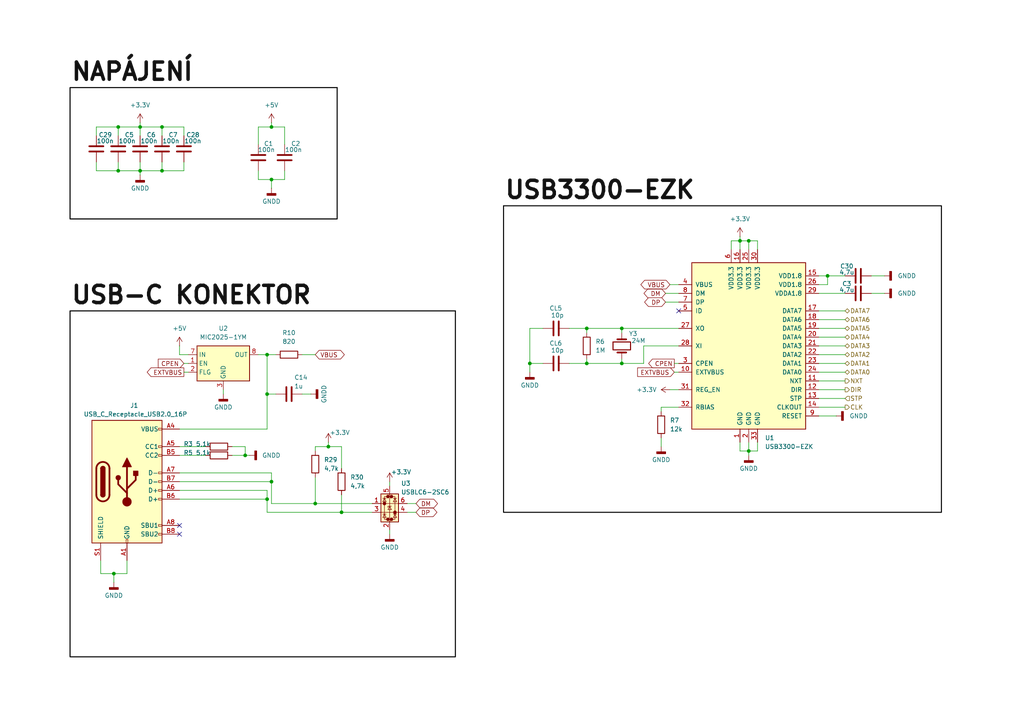
<source format=kicad_sch>
(kicad_sch
	(version 20250114)
	(generator "eeschema")
	(generator_version "9.0")
	(uuid "41401e9f-0be6-4778-ba8f-d288017791c4")
	(paper "A4")
	(lib_symbols
		(symbol "Connector:USB_C_Receptacle_USB2.0_16P"
			(pin_names
				(offset 1.016)
			)
			(exclude_from_sim no)
			(in_bom yes)
			(on_board yes)
			(property "Reference" "J"
				(at 0 22.225 0)
				(effects
					(font
						(size 1.27 1.27)
					)
				)
			)
			(property "Value" "USB_C_Receptacle_USB2.0_16P"
				(at 0 19.685 0)
				(effects
					(font
						(size 1.27 1.27)
					)
				)
			)
			(property "Footprint" ""
				(at 3.81 0 0)
				(effects
					(font
						(size 1.27 1.27)
					)
					(hide yes)
				)
			)
			(property "Datasheet" "https://www.usb.org/sites/default/files/documents/usb_type-c.zip"
				(at 3.81 0 0)
				(effects
					(font
						(size 1.27 1.27)
					)
					(hide yes)
				)
			)
			(property "Description" "USB 2.0-only 16P Type-C Receptacle connector"
				(at 0 0 0)
				(effects
					(font
						(size 1.27 1.27)
					)
					(hide yes)
				)
			)
			(property "ki_keywords" "usb universal serial bus type-C USB2.0"
				(at 0 0 0)
				(effects
					(font
						(size 1.27 1.27)
					)
					(hide yes)
				)
			)
			(property "ki_fp_filters" "USB*C*Receptacle*"
				(at 0 0 0)
				(effects
					(font
						(size 1.27 1.27)
					)
					(hide yes)
				)
			)
			(symbol "USB_C_Receptacle_USB2.0_16P_0_0"
				(rectangle
					(start -0.254 -17.78)
					(end 0.254 -16.764)
					(stroke
						(width 0)
						(type default)
					)
					(fill
						(type none)
					)
				)
				(rectangle
					(start 10.16 15.494)
					(end 9.144 14.986)
					(stroke
						(width 0)
						(type default)
					)
					(fill
						(type none)
					)
				)
				(rectangle
					(start 10.16 10.414)
					(end 9.144 9.906)
					(stroke
						(width 0)
						(type default)
					)
					(fill
						(type none)
					)
				)
				(rectangle
					(start 10.16 7.874)
					(end 9.144 7.366)
					(stroke
						(width 0)
						(type default)
					)
					(fill
						(type none)
					)
				)
				(rectangle
					(start 10.16 2.794)
					(end 9.144 2.286)
					(stroke
						(width 0)
						(type default)
					)
					(fill
						(type none)
					)
				)
				(rectangle
					(start 10.16 0.254)
					(end 9.144 -0.254)
					(stroke
						(width 0)
						(type default)
					)
					(fill
						(type none)
					)
				)
				(rectangle
					(start 10.16 -2.286)
					(end 9.144 -2.794)
					(stroke
						(width 0)
						(type default)
					)
					(fill
						(type none)
					)
				)
				(rectangle
					(start 10.16 -4.826)
					(end 9.144 -5.334)
					(stroke
						(width 0)
						(type default)
					)
					(fill
						(type none)
					)
				)
				(rectangle
					(start 10.16 -12.446)
					(end 9.144 -12.954)
					(stroke
						(width 0)
						(type default)
					)
					(fill
						(type none)
					)
				)
				(rectangle
					(start 10.16 -14.986)
					(end 9.144 -15.494)
					(stroke
						(width 0)
						(type default)
					)
					(fill
						(type none)
					)
				)
			)
			(symbol "USB_C_Receptacle_USB2.0_16P_0_1"
				(rectangle
					(start -10.16 17.78)
					(end 10.16 -17.78)
					(stroke
						(width 0.254)
						(type default)
					)
					(fill
						(type background)
					)
				)
				(polyline
					(pts
						(xy -8.89 -3.81) (xy -8.89 3.81)
					)
					(stroke
						(width 0.508)
						(type default)
					)
					(fill
						(type none)
					)
				)
				(rectangle
					(start -7.62 -3.81)
					(end -6.35 3.81)
					(stroke
						(width 0.254)
						(type default)
					)
					(fill
						(type outline)
					)
				)
				(arc
					(start -7.62 3.81)
					(mid -6.985 4.4423)
					(end -6.35 3.81)
					(stroke
						(width 0.254)
						(type default)
					)
					(fill
						(type none)
					)
				)
				(arc
					(start -7.62 3.81)
					(mid -6.985 4.4423)
					(end -6.35 3.81)
					(stroke
						(width 0.254)
						(type default)
					)
					(fill
						(type outline)
					)
				)
				(arc
					(start -8.89 3.81)
					(mid -6.985 5.7067)
					(end -5.08 3.81)
					(stroke
						(width 0.508)
						(type default)
					)
					(fill
						(type none)
					)
				)
				(arc
					(start -5.08 -3.81)
					(mid -6.985 -5.7067)
					(end -8.89 -3.81)
					(stroke
						(width 0.508)
						(type default)
					)
					(fill
						(type none)
					)
				)
				(arc
					(start -6.35 -3.81)
					(mid -6.985 -4.4423)
					(end -7.62 -3.81)
					(stroke
						(width 0.254)
						(type default)
					)
					(fill
						(type none)
					)
				)
				(arc
					(start -6.35 -3.81)
					(mid -6.985 -4.4423)
					(end -7.62 -3.81)
					(stroke
						(width 0.254)
						(type default)
					)
					(fill
						(type outline)
					)
				)
				(polyline
					(pts
						(xy -5.08 3.81) (xy -5.08 -3.81)
					)
					(stroke
						(width 0.508)
						(type default)
					)
					(fill
						(type none)
					)
				)
				(circle
					(center -2.54 1.143)
					(radius 0.635)
					(stroke
						(width 0.254)
						(type default)
					)
					(fill
						(type outline)
					)
				)
				(polyline
					(pts
						(xy -1.27 4.318) (xy 0 6.858) (xy 1.27 4.318) (xy -1.27 4.318)
					)
					(stroke
						(width 0.254)
						(type default)
					)
					(fill
						(type outline)
					)
				)
				(polyline
					(pts
						(xy 0 -2.032) (xy 2.54 0.508) (xy 2.54 1.778)
					)
					(stroke
						(width 0.508)
						(type default)
					)
					(fill
						(type none)
					)
				)
				(polyline
					(pts
						(xy 0 -3.302) (xy -2.54 -0.762) (xy -2.54 0.508)
					)
					(stroke
						(width 0.508)
						(type default)
					)
					(fill
						(type none)
					)
				)
				(polyline
					(pts
						(xy 0 -5.842) (xy 0 4.318)
					)
					(stroke
						(width 0.508)
						(type default)
					)
					(fill
						(type none)
					)
				)
				(circle
					(center 0 -5.842)
					(radius 1.27)
					(stroke
						(width 0)
						(type default)
					)
					(fill
						(type outline)
					)
				)
				(rectangle
					(start 1.905 1.778)
					(end 3.175 3.048)
					(stroke
						(width 0.254)
						(type default)
					)
					(fill
						(type outline)
					)
				)
			)
			(symbol "USB_C_Receptacle_USB2.0_16P_1_1"
				(pin passive line
					(at -7.62 -22.86 90)
					(length 5.08)
					(name "SHIELD"
						(effects
							(font
								(size 1.27 1.27)
							)
						)
					)
					(number "S1"
						(effects
							(font
								(size 1.27 1.27)
							)
						)
					)
				)
				(pin passive line
					(at 0 -22.86 90)
					(length 5.08)
					(name "GND"
						(effects
							(font
								(size 1.27 1.27)
							)
						)
					)
					(number "A1"
						(effects
							(font
								(size 1.27 1.27)
							)
						)
					)
				)
				(pin passive line
					(at 0 -22.86 90)
					(length 5.08)
					(hide yes)
					(name "GND"
						(effects
							(font
								(size 1.27 1.27)
							)
						)
					)
					(number "A12"
						(effects
							(font
								(size 1.27 1.27)
							)
						)
					)
				)
				(pin passive line
					(at 0 -22.86 90)
					(length 5.08)
					(hide yes)
					(name "GND"
						(effects
							(font
								(size 1.27 1.27)
							)
						)
					)
					(number "B1"
						(effects
							(font
								(size 1.27 1.27)
							)
						)
					)
				)
				(pin passive line
					(at 0 -22.86 90)
					(length 5.08)
					(hide yes)
					(name "GND"
						(effects
							(font
								(size 1.27 1.27)
							)
						)
					)
					(number "B12"
						(effects
							(font
								(size 1.27 1.27)
							)
						)
					)
				)
				(pin passive line
					(at 15.24 15.24 180)
					(length 5.08)
					(name "VBUS"
						(effects
							(font
								(size 1.27 1.27)
							)
						)
					)
					(number "A4"
						(effects
							(font
								(size 1.27 1.27)
							)
						)
					)
				)
				(pin passive line
					(at 15.24 15.24 180)
					(length 5.08)
					(hide yes)
					(name "VBUS"
						(effects
							(font
								(size 1.27 1.27)
							)
						)
					)
					(number "A9"
						(effects
							(font
								(size 1.27 1.27)
							)
						)
					)
				)
				(pin passive line
					(at 15.24 15.24 180)
					(length 5.08)
					(hide yes)
					(name "VBUS"
						(effects
							(font
								(size 1.27 1.27)
							)
						)
					)
					(number "B4"
						(effects
							(font
								(size 1.27 1.27)
							)
						)
					)
				)
				(pin passive line
					(at 15.24 15.24 180)
					(length 5.08)
					(hide yes)
					(name "VBUS"
						(effects
							(font
								(size 1.27 1.27)
							)
						)
					)
					(number "B9"
						(effects
							(font
								(size 1.27 1.27)
							)
						)
					)
				)
				(pin bidirectional line
					(at 15.24 10.16 180)
					(length 5.08)
					(name "CC1"
						(effects
							(font
								(size 1.27 1.27)
							)
						)
					)
					(number "A5"
						(effects
							(font
								(size 1.27 1.27)
							)
						)
					)
				)
				(pin bidirectional line
					(at 15.24 7.62 180)
					(length 5.08)
					(name "CC2"
						(effects
							(font
								(size 1.27 1.27)
							)
						)
					)
					(number "B5"
						(effects
							(font
								(size 1.27 1.27)
							)
						)
					)
				)
				(pin bidirectional line
					(at 15.24 2.54 180)
					(length 5.08)
					(name "D-"
						(effects
							(font
								(size 1.27 1.27)
							)
						)
					)
					(number "A7"
						(effects
							(font
								(size 1.27 1.27)
							)
						)
					)
				)
				(pin bidirectional line
					(at 15.24 0 180)
					(length 5.08)
					(name "D-"
						(effects
							(font
								(size 1.27 1.27)
							)
						)
					)
					(number "B7"
						(effects
							(font
								(size 1.27 1.27)
							)
						)
					)
				)
				(pin bidirectional line
					(at 15.24 -2.54 180)
					(length 5.08)
					(name "D+"
						(effects
							(font
								(size 1.27 1.27)
							)
						)
					)
					(number "A6"
						(effects
							(font
								(size 1.27 1.27)
							)
						)
					)
				)
				(pin bidirectional line
					(at 15.24 -5.08 180)
					(length 5.08)
					(name "D+"
						(effects
							(font
								(size 1.27 1.27)
							)
						)
					)
					(number "B6"
						(effects
							(font
								(size 1.27 1.27)
							)
						)
					)
				)
				(pin bidirectional line
					(at 15.24 -12.7 180)
					(length 5.08)
					(name "SBU1"
						(effects
							(font
								(size 1.27 1.27)
							)
						)
					)
					(number "A8"
						(effects
							(font
								(size 1.27 1.27)
							)
						)
					)
				)
				(pin bidirectional line
					(at 15.24 -15.24 180)
					(length 5.08)
					(name "SBU2"
						(effects
							(font
								(size 1.27 1.27)
							)
						)
					)
					(number "B8"
						(effects
							(font
								(size 1.27 1.27)
							)
						)
					)
				)
			)
			(embedded_fonts no)
		)
		(symbol "Device:C"
			(pin_numbers
				(hide yes)
			)
			(pin_names
				(offset 0.254)
			)
			(exclude_from_sim no)
			(in_bom yes)
			(on_board yes)
			(property "Reference" "C"
				(at 0.635 2.54 0)
				(effects
					(font
						(size 1.27 1.27)
					)
					(justify left)
				)
			)
			(property "Value" "C"
				(at 0.635 -2.54 0)
				(effects
					(font
						(size 1.27 1.27)
					)
					(justify left)
				)
			)
			(property "Footprint" ""
				(at 0.9652 -3.81 0)
				(effects
					(font
						(size 1.27 1.27)
					)
					(hide yes)
				)
			)
			(property "Datasheet" "~"
				(at 0 0 0)
				(effects
					(font
						(size 1.27 1.27)
					)
					(hide yes)
				)
			)
			(property "Description" "Unpolarized capacitor"
				(at 0 0 0)
				(effects
					(font
						(size 1.27 1.27)
					)
					(hide yes)
				)
			)
			(property "ki_keywords" "cap capacitor"
				(at 0 0 0)
				(effects
					(font
						(size 1.27 1.27)
					)
					(hide yes)
				)
			)
			(property "ki_fp_filters" "C_*"
				(at 0 0 0)
				(effects
					(font
						(size 1.27 1.27)
					)
					(hide yes)
				)
			)
			(symbol "C_0_1"
				(polyline
					(pts
						(xy -2.032 0.762) (xy 2.032 0.762)
					)
					(stroke
						(width 0.508)
						(type default)
					)
					(fill
						(type none)
					)
				)
				(polyline
					(pts
						(xy -2.032 -0.762) (xy 2.032 -0.762)
					)
					(stroke
						(width 0.508)
						(type default)
					)
					(fill
						(type none)
					)
				)
			)
			(symbol "C_1_1"
				(pin passive line
					(at 0 3.81 270)
					(length 2.794)
					(name "~"
						(effects
							(font
								(size 1.27 1.27)
							)
						)
					)
					(number "1"
						(effects
							(font
								(size 1.27 1.27)
							)
						)
					)
				)
				(pin passive line
					(at 0 -3.81 90)
					(length 2.794)
					(name "~"
						(effects
							(font
								(size 1.27 1.27)
							)
						)
					)
					(number "2"
						(effects
							(font
								(size 1.27 1.27)
							)
						)
					)
				)
			)
			(embedded_fonts no)
		)
		(symbol "Device:Crystal"
			(pin_numbers
				(hide yes)
			)
			(pin_names
				(offset 1.016)
				(hide yes)
			)
			(exclude_from_sim no)
			(in_bom yes)
			(on_board yes)
			(property "Reference" "Y"
				(at 0 3.81 0)
				(effects
					(font
						(size 1.27 1.27)
					)
				)
			)
			(property "Value" "Crystal"
				(at 0 -3.81 0)
				(effects
					(font
						(size 1.27 1.27)
					)
				)
			)
			(property "Footprint" ""
				(at 0 0 0)
				(effects
					(font
						(size 1.27 1.27)
					)
					(hide yes)
				)
			)
			(property "Datasheet" "~"
				(at 0 0 0)
				(effects
					(font
						(size 1.27 1.27)
					)
					(hide yes)
				)
			)
			(property "Description" "Two pin crystal"
				(at 0 0 0)
				(effects
					(font
						(size 1.27 1.27)
					)
					(hide yes)
				)
			)
			(property "ki_keywords" "quartz ceramic resonator oscillator"
				(at 0 0 0)
				(effects
					(font
						(size 1.27 1.27)
					)
					(hide yes)
				)
			)
			(property "ki_fp_filters" "Crystal*"
				(at 0 0 0)
				(effects
					(font
						(size 1.27 1.27)
					)
					(hide yes)
				)
			)
			(symbol "Crystal_0_1"
				(polyline
					(pts
						(xy -2.54 0) (xy -1.905 0)
					)
					(stroke
						(width 0)
						(type default)
					)
					(fill
						(type none)
					)
				)
				(polyline
					(pts
						(xy -1.905 -1.27) (xy -1.905 1.27)
					)
					(stroke
						(width 0.508)
						(type default)
					)
					(fill
						(type none)
					)
				)
				(rectangle
					(start -1.143 2.54)
					(end 1.143 -2.54)
					(stroke
						(width 0.3048)
						(type default)
					)
					(fill
						(type none)
					)
				)
				(polyline
					(pts
						(xy 1.905 -1.27) (xy 1.905 1.27)
					)
					(stroke
						(width 0.508)
						(type default)
					)
					(fill
						(type none)
					)
				)
				(polyline
					(pts
						(xy 2.54 0) (xy 1.905 0)
					)
					(stroke
						(width 0)
						(type default)
					)
					(fill
						(type none)
					)
				)
			)
			(symbol "Crystal_1_1"
				(pin passive line
					(at -3.81 0 0)
					(length 1.27)
					(name "1"
						(effects
							(font
								(size 1.27 1.27)
							)
						)
					)
					(number "1"
						(effects
							(font
								(size 1.27 1.27)
							)
						)
					)
				)
				(pin passive line
					(at 3.81 0 180)
					(length 1.27)
					(name "2"
						(effects
							(font
								(size 1.27 1.27)
							)
						)
					)
					(number "2"
						(effects
							(font
								(size 1.27 1.27)
							)
						)
					)
				)
			)
			(embedded_fonts no)
		)
		(symbol "Device:R"
			(pin_numbers
				(hide yes)
			)
			(pin_names
				(offset 0)
			)
			(exclude_from_sim no)
			(in_bom yes)
			(on_board yes)
			(property "Reference" "R"
				(at 2.032 0 90)
				(effects
					(font
						(size 1.27 1.27)
					)
				)
			)
			(property "Value" "R"
				(at 0 0 90)
				(effects
					(font
						(size 1.27 1.27)
					)
				)
			)
			(property "Footprint" ""
				(at -1.778 0 90)
				(effects
					(font
						(size 1.27 1.27)
					)
					(hide yes)
				)
			)
			(property "Datasheet" "~"
				(at 0 0 0)
				(effects
					(font
						(size 1.27 1.27)
					)
					(hide yes)
				)
			)
			(property "Description" "Resistor"
				(at 0 0 0)
				(effects
					(font
						(size 1.27 1.27)
					)
					(hide yes)
				)
			)
			(property "ki_keywords" "R res resistor"
				(at 0 0 0)
				(effects
					(font
						(size 1.27 1.27)
					)
					(hide yes)
				)
			)
			(property "ki_fp_filters" "R_*"
				(at 0 0 0)
				(effects
					(font
						(size 1.27 1.27)
					)
					(hide yes)
				)
			)
			(symbol "R_0_1"
				(rectangle
					(start -1.016 -2.54)
					(end 1.016 2.54)
					(stroke
						(width 0.254)
						(type default)
					)
					(fill
						(type none)
					)
				)
			)
			(symbol "R_1_1"
				(pin passive line
					(at 0 3.81 270)
					(length 1.27)
					(name "~"
						(effects
							(font
								(size 1.27 1.27)
							)
						)
					)
					(number "1"
						(effects
							(font
								(size 1.27 1.27)
							)
						)
					)
				)
				(pin passive line
					(at 0 -3.81 90)
					(length 1.27)
					(name "~"
						(effects
							(font
								(size 1.27 1.27)
							)
						)
					)
					(number "2"
						(effects
							(font
								(size 1.27 1.27)
							)
						)
					)
				)
			)
			(embedded_fonts no)
		)
		(symbol "Interface_USB:USB3300-EZK"
			(pin_names
				(offset 1.016)
			)
			(exclude_from_sim no)
			(in_bom yes)
			(on_board yes)
			(property "Reference" "U"
				(at 0 1.27 0)
				(effects
					(font
						(size 1.27 1.27)
					)
				)
			)
			(property "Value" "USB3300-EZK"
				(at 0 -1.27 0)
				(effects
					(font
						(size 1.27 1.27)
					)
				)
			)
			(property "Footprint" "Package_DFN_QFN:QFN-32-1EP_5x5mm_P0.5mm_EP3.45x3.45mm"
				(at 33.02 -31.75 0)
				(effects
					(font
						(size 1.27 1.27)
					)
					(hide yes)
				)
			)
			(property "Datasheet" "http://ww1.microchip.com/downloads/en/DeviceDoc/00001783C.pdf"
				(at 0 0 0)
				(effects
					(font
						(size 1.27 1.27)
					)
					(hide yes)
				)
			)
			(property "Description" "Hi-Speed USB Host, Device or OTG PHY with ULPI Interface"
				(at 0 0 0)
				(effects
					(font
						(size 1.27 1.27)
					)
					(hide yes)
				)
			)
			(property "ki_keywords" "USB OTG Hi-Speed PHY ULPI Interface"
				(at 0 0 0)
				(effects
					(font
						(size 1.27 1.27)
					)
					(hide yes)
				)
			)
			(property "ki_fp_filters" "*QFN*32*1EP*5x5mm*P0.5mm*"
				(at 0 0 0)
				(effects
					(font
						(size 1.27 1.27)
					)
					(hide yes)
				)
			)
			(symbol "USB3300-EZK_0_1"
				(rectangle
					(start 16.51 -24.13)
					(end -16.51 24.13)
					(stroke
						(width 0.254)
						(type default)
					)
					(fill
						(type background)
					)
				)
			)
			(symbol "USB3300-EZK_1_1"
				(pin power_in line
					(at -20.32 17.78 0)
					(length 3.81)
					(name "VBUS"
						(effects
							(font
								(size 1.27 1.27)
							)
						)
					)
					(number "4"
						(effects
							(font
								(size 1.27 1.27)
							)
						)
					)
				)
				(pin bidirectional line
					(at -20.32 15.24 0)
					(length 3.81)
					(name "DM"
						(effects
							(font
								(size 1.27 1.27)
							)
						)
					)
					(number "8"
						(effects
							(font
								(size 1.27 1.27)
							)
						)
					)
				)
				(pin bidirectional line
					(at -20.32 12.7 0)
					(length 3.81)
					(name "DP"
						(effects
							(font
								(size 1.27 1.27)
							)
						)
					)
					(number "7"
						(effects
							(font
								(size 1.27 1.27)
							)
						)
					)
				)
				(pin input line
					(at -20.32 10.16 0)
					(length 3.81)
					(name "ID"
						(effects
							(font
								(size 1.27 1.27)
							)
						)
					)
					(number "5"
						(effects
							(font
								(size 1.27 1.27)
							)
						)
					)
				)
				(pin output line
					(at -20.32 5.08 0)
					(length 3.81)
					(name "XO"
						(effects
							(font
								(size 1.27 1.27)
							)
						)
					)
					(number "27"
						(effects
							(font
								(size 1.27 1.27)
							)
						)
					)
				)
				(pin input line
					(at -20.32 0 0)
					(length 3.81)
					(name "XI"
						(effects
							(font
								(size 1.27 1.27)
							)
						)
					)
					(number "28"
						(effects
							(font
								(size 1.27 1.27)
							)
						)
					)
				)
				(pin output line
					(at -20.32 -5.08 0)
					(length 3.81)
					(name "CPEN"
						(effects
							(font
								(size 1.27 1.27)
							)
						)
					)
					(number "3"
						(effects
							(font
								(size 1.27 1.27)
							)
						)
					)
				)
				(pin input line
					(at -20.32 -7.62 0)
					(length 3.81)
					(name "EXTVBUS"
						(effects
							(font
								(size 1.27 1.27)
							)
						)
					)
					(number "10"
						(effects
							(font
								(size 1.27 1.27)
							)
						)
					)
				)
				(pin bidirectional line
					(at -20.32 -12.7 0)
					(length 3.81)
					(name "REG_EN"
						(effects
							(font
								(size 1.27 1.27)
							)
						)
					)
					(number "31"
						(effects
							(font
								(size 1.27 1.27)
							)
						)
					)
				)
				(pin passive line
					(at -20.32 -17.78 0)
					(length 3.81)
					(name "RBIAS"
						(effects
							(font
								(size 1.27 1.27)
							)
						)
					)
					(number "32"
						(effects
							(font
								(size 1.27 1.27)
							)
						)
					)
				)
				(pin power_in line
					(at -5.08 27.94 270)
					(length 3.81)
					(name "VDD3.3"
						(effects
							(font
								(size 1.27 1.27)
							)
						)
					)
					(number "6"
						(effects
							(font
								(size 1.27 1.27)
							)
						)
					)
				)
				(pin power_in line
					(at -2.54 27.94 270)
					(length 3.81)
					(name "VDD3.3"
						(effects
							(font
								(size 1.27 1.27)
							)
						)
					)
					(number "16"
						(effects
							(font
								(size 1.27 1.27)
							)
						)
					)
				)
				(pin power_in line
					(at -2.54 -27.94 90)
					(length 3.81)
					(name "GND"
						(effects
							(font
								(size 1.27 1.27)
							)
						)
					)
					(number "1"
						(effects
							(font
								(size 1.27 1.27)
							)
						)
					)
				)
				(pin power_in line
					(at 0 27.94 270)
					(length 3.81)
					(name "VDD3.3"
						(effects
							(font
								(size 1.27 1.27)
							)
						)
					)
					(number "25"
						(effects
							(font
								(size 1.27 1.27)
							)
						)
					)
				)
				(pin power_in line
					(at 0 -27.94 90)
					(length 3.81)
					(name "GND"
						(effects
							(font
								(size 1.27 1.27)
							)
						)
					)
					(number "2"
						(effects
							(font
								(size 1.27 1.27)
							)
						)
					)
				)
				(pin power_in line
					(at 2.54 27.94 270)
					(length 3.81)
					(name "VDD3.3"
						(effects
							(font
								(size 1.27 1.27)
							)
						)
					)
					(number "30"
						(effects
							(font
								(size 1.27 1.27)
							)
						)
					)
				)
				(pin power_in line
					(at 2.54 -27.94 90)
					(length 3.81)
					(name "GND"
						(effects
							(font
								(size 1.27 1.27)
							)
						)
					)
					(number "33"
						(effects
							(font
								(size 1.27 1.27)
							)
						)
					)
				)
				(pin power_out line
					(at 20.32 20.32 180)
					(length 3.81)
					(name "VDD1.8"
						(effects
							(font
								(size 1.27 1.27)
							)
						)
					)
					(number "15"
						(effects
							(font
								(size 1.27 1.27)
							)
						)
					)
				)
				(pin power_out line
					(at 20.32 17.78 180)
					(length 3.81)
					(name "VDD1.8"
						(effects
							(font
								(size 1.27 1.27)
							)
						)
					)
					(number "26"
						(effects
							(font
								(size 1.27 1.27)
							)
						)
					)
				)
				(pin power_out line
					(at 20.32 15.24 180)
					(length 3.81)
					(name "VDDA1.8"
						(effects
							(font
								(size 1.27 1.27)
							)
						)
					)
					(number "29"
						(effects
							(font
								(size 1.27 1.27)
							)
						)
					)
				)
				(pin bidirectional line
					(at 20.32 10.16 180)
					(length 3.81)
					(name "DATA7"
						(effects
							(font
								(size 1.27 1.27)
							)
						)
					)
					(number "17"
						(effects
							(font
								(size 1.27 1.27)
							)
						)
					)
				)
				(pin bidirectional line
					(at 20.32 7.62 180)
					(length 3.81)
					(name "DATA6"
						(effects
							(font
								(size 1.27 1.27)
							)
						)
					)
					(number "18"
						(effects
							(font
								(size 1.27 1.27)
							)
						)
					)
				)
				(pin bidirectional line
					(at 20.32 5.08 180)
					(length 3.81)
					(name "DATA5"
						(effects
							(font
								(size 1.27 1.27)
							)
						)
					)
					(number "19"
						(effects
							(font
								(size 1.27 1.27)
							)
						)
					)
				)
				(pin bidirectional line
					(at 20.32 2.54 180)
					(length 3.81)
					(name "DATA4"
						(effects
							(font
								(size 1.27 1.27)
							)
						)
					)
					(number "20"
						(effects
							(font
								(size 1.27 1.27)
							)
						)
					)
				)
				(pin bidirectional line
					(at 20.32 0 180)
					(length 3.81)
					(name "DATA3"
						(effects
							(font
								(size 1.27 1.27)
							)
						)
					)
					(number "21"
						(effects
							(font
								(size 1.27 1.27)
							)
						)
					)
				)
				(pin bidirectional line
					(at 20.32 -2.54 180)
					(length 3.81)
					(name "DATA2"
						(effects
							(font
								(size 1.27 1.27)
							)
						)
					)
					(number "22"
						(effects
							(font
								(size 1.27 1.27)
							)
						)
					)
				)
				(pin bidirectional line
					(at 20.32 -5.08 180)
					(length 3.81)
					(name "DATA1"
						(effects
							(font
								(size 1.27 1.27)
							)
						)
					)
					(number "23"
						(effects
							(font
								(size 1.27 1.27)
							)
						)
					)
				)
				(pin bidirectional line
					(at 20.32 -7.62 180)
					(length 3.81)
					(name "DATA0"
						(effects
							(font
								(size 1.27 1.27)
							)
						)
					)
					(number "24"
						(effects
							(font
								(size 1.27 1.27)
							)
						)
					)
				)
				(pin output line
					(at 20.32 -10.16 180)
					(length 3.81)
					(name "NXT"
						(effects
							(font
								(size 1.27 1.27)
							)
						)
					)
					(number "11"
						(effects
							(font
								(size 1.27 1.27)
							)
						)
					)
				)
				(pin output line
					(at 20.32 -12.7 180)
					(length 3.81)
					(name "DIR"
						(effects
							(font
								(size 1.27 1.27)
							)
						)
					)
					(number "12"
						(effects
							(font
								(size 1.27 1.27)
							)
						)
					)
				)
				(pin input line
					(at 20.32 -15.24 180)
					(length 3.81)
					(name "STP"
						(effects
							(font
								(size 1.27 1.27)
							)
						)
					)
					(number "13"
						(effects
							(font
								(size 1.27 1.27)
							)
						)
					)
				)
				(pin output line
					(at 20.32 -17.78 180)
					(length 3.81)
					(name "CLKOUT"
						(effects
							(font
								(size 1.27 1.27)
							)
						)
					)
					(number "14"
						(effects
							(font
								(size 1.27 1.27)
							)
						)
					)
				)
				(pin input line
					(at 20.32 -20.32 180)
					(length 3.81)
					(name "RESET"
						(effects
							(font
								(size 1.27 1.27)
							)
						)
					)
					(number "9"
						(effects
							(font
								(size 1.27 1.27)
							)
						)
					)
				)
			)
			(embedded_fonts no)
		)
		(symbol "Power_Management:MIC2025-1YM"
			(exclude_from_sim no)
			(in_bom yes)
			(on_board yes)
			(property "Reference" "U"
				(at -7.62 6.35 0)
				(effects
					(font
						(size 1.27 1.27)
					)
					(justify left)
				)
			)
			(property "Value" "MIC2025-1YM"
				(at 13.97 6.35 0)
				(effects
					(font
						(size 1.27 1.27)
					)
					(justify right)
				)
			)
			(property "Footprint" "Package_SO:SOIC-8_3.9x4.9mm_P1.27mm"
				(at 20.32 -6.35 0)
				(effects
					(font
						(size 1.27 1.27)
					)
					(hide yes)
				)
			)
			(property "Datasheet" "https://ww1.microchip.com/downloads/en/DeviceDoc/MIC2025-2075-Single-Channel-Power-Distribution-Switch-DS20006030A.pdf"
				(at 0 0 0)
				(effects
					(font
						(size 1.27 1.27)
					)
					(hide yes)
				)
			)
			(property "Description" "Single-channel, high side, power distribution switch, 2.7V-5.5V, Active High Output, SOIC-8"
				(at 0 0 0)
				(effects
					(font
						(size 1.27 1.27)
					)
					(hide yes)
				)
			)
			(property "ki_keywords" "mosfet distribution"
				(at 0 0 0)
				(effects
					(font
						(size 1.27 1.27)
					)
					(hide yes)
				)
			)
			(property "ki_fp_filters" "SOIC*3.9x4.9mm*P1.27mm*"
				(at 0 0 0)
				(effects
					(font
						(size 1.27 1.27)
					)
					(hide yes)
				)
			)
			(symbol "MIC2025-1YM_0_1"
				(rectangle
					(start -7.62 5.08)
					(end 7.62 -5.08)
					(stroke
						(width 0.254)
						(type default)
					)
					(fill
						(type background)
					)
				)
			)
			(symbol "MIC2025-1YM_1_1"
				(pin power_in line
					(at -10.16 2.54 0)
					(length 2.54)
					(name "IN"
						(effects
							(font
								(size 1.27 1.27)
							)
						)
					)
					(number "7"
						(effects
							(font
								(size 1.27 1.27)
							)
						)
					)
				)
				(pin input line
					(at -10.16 0 0)
					(length 2.54)
					(name "EN"
						(effects
							(font
								(size 1.27 1.27)
							)
						)
					)
					(number "1"
						(effects
							(font
								(size 1.27 1.27)
							)
						)
					)
				)
				(pin open_collector line
					(at -10.16 -2.54 0)
					(length 2.54)
					(name "FLG"
						(effects
							(font
								(size 1.27 1.27)
							)
						)
					)
					(number "2"
						(effects
							(font
								(size 1.27 1.27)
							)
						)
					)
				)
				(pin power_in line
					(at 0 -7.62 90)
					(length 2.54)
					(name "GND"
						(effects
							(font
								(size 1.27 1.27)
							)
						)
					)
					(number "3"
						(effects
							(font
								(size 1.27 1.27)
							)
						)
					)
				)
				(pin no_connect line
					(at 7.62 0 180)
					(length 2.54)
					(hide yes)
					(name "NC"
						(effects
							(font
								(size 1.27 1.27)
							)
						)
					)
					(number "4"
						(effects
							(font
								(size 1.27 1.27)
							)
						)
					)
				)
				(pin no_connect line
					(at 7.62 -2.54 180)
					(length 2.54)
					(hide yes)
					(name "NC"
						(effects
							(font
								(size 1.27 1.27)
							)
						)
					)
					(number "5"
						(effects
							(font
								(size 1.27 1.27)
							)
						)
					)
				)
				(pin passive line
					(at 10.16 2.54 180)
					(length 2.54)
					(hide yes)
					(name "OUT"
						(effects
							(font
								(size 1.27 1.27)
							)
						)
					)
					(number "6"
						(effects
							(font
								(size 1.27 1.27)
							)
						)
					)
				)
				(pin power_out line
					(at 10.16 2.54 180)
					(length 2.54)
					(name "OUT"
						(effects
							(font
								(size 1.27 1.27)
							)
						)
					)
					(number "8"
						(effects
							(font
								(size 1.27 1.27)
							)
						)
					)
				)
			)
			(embedded_fonts no)
		)
		(symbol "Power_Protection:USBLC6-2SC6"
			(pin_names
				(hide yes)
			)
			(exclude_from_sim no)
			(in_bom yes)
			(on_board yes)
			(property "Reference" "U"
				(at 0.635 5.715 0)
				(effects
					(font
						(size 1.27 1.27)
					)
					(justify left)
				)
			)
			(property "Value" "USBLC6-2SC6"
				(at 0.635 3.81 0)
				(effects
					(font
						(size 1.27 1.27)
					)
					(justify left)
				)
			)
			(property "Footprint" "Package_TO_SOT_SMD:SOT-23-6"
				(at 1.27 -6.35 0)
				(effects
					(font
						(size 1.27 1.27)
						(italic yes)
					)
					(justify left)
					(hide yes)
				)
			)
			(property "Datasheet" "https://www.st.com/resource/en/datasheet/usblc6-2.pdf"
				(at 1.27 -8.255 0)
				(effects
					(font
						(size 1.27 1.27)
					)
					(justify left)
					(hide yes)
				)
			)
			(property "Description" "Very low capacitance ESD protection diode, 2 data-line, SOT-23-6"
				(at 0 0 0)
				(effects
					(font
						(size 1.27 1.27)
					)
					(hide yes)
				)
			)
			(property "ki_keywords" "usb ethernet video"
				(at 0 0 0)
				(effects
					(font
						(size 1.27 1.27)
					)
					(hide yes)
				)
			)
			(property "ki_fp_filters" "SOT?23*"
				(at 0 0 0)
				(effects
					(font
						(size 1.27 1.27)
					)
					(hide yes)
				)
			)
			(symbol "USBLC6-2SC6_0_0"
				(circle
					(center -1.524 0)
					(radius 0.0001)
					(stroke
						(width 0.508)
						(type default)
					)
					(fill
						(type none)
					)
				)
				(circle
					(center -0.508 2.032)
					(radius 0.0001)
					(stroke
						(width 0.508)
						(type default)
					)
					(fill
						(type none)
					)
				)
				(circle
					(center -0.508 -4.572)
					(radius 0.0001)
					(stroke
						(width 0.508)
						(type default)
					)
					(fill
						(type none)
					)
				)
				(circle
					(center 0.508 2.032)
					(radius 0.0001)
					(stroke
						(width 0.508)
						(type default)
					)
					(fill
						(type none)
					)
				)
				(circle
					(center 0.508 -4.572)
					(radius 0.0001)
					(stroke
						(width 0.508)
						(type default)
					)
					(fill
						(type none)
					)
				)
				(circle
					(center 1.524 -2.54)
					(radius 0.0001)
					(stroke
						(width 0.508)
						(type default)
					)
					(fill
						(type none)
					)
				)
			)
			(symbol "USBLC6-2SC6_0_1"
				(polyline
					(pts
						(xy -2.54 0) (xy 2.54 0)
					)
					(stroke
						(width 0)
						(type default)
					)
					(fill
						(type none)
					)
				)
				(polyline
					(pts
						(xy -2.54 -2.54) (xy 2.54 -2.54)
					)
					(stroke
						(width 0)
						(type default)
					)
					(fill
						(type none)
					)
				)
				(polyline
					(pts
						(xy -2.032 0.508) (xy -1.016 0.508) (xy -1.524 1.524) (xy -2.032 0.508)
					)
					(stroke
						(width 0)
						(type default)
					)
					(fill
						(type none)
					)
				)
				(polyline
					(pts
						(xy -2.032 -3.048) (xy -1.016 -3.048)
					)
					(stroke
						(width 0)
						(type default)
					)
					(fill
						(type none)
					)
				)
				(polyline
					(pts
						(xy -1.016 1.524) (xy -2.032 1.524)
					)
					(stroke
						(width 0)
						(type default)
					)
					(fill
						(type none)
					)
				)
				(polyline
					(pts
						(xy -1.016 -4.064) (xy -2.032 -4.064) (xy -1.524 -3.048) (xy -1.016 -4.064)
					)
					(stroke
						(width 0)
						(type default)
					)
					(fill
						(type none)
					)
				)
				(polyline
					(pts
						(xy -0.508 -1.143) (xy -0.508 -0.762) (xy 0.508 -0.762)
					)
					(stroke
						(width 0)
						(type default)
					)
					(fill
						(type none)
					)
				)
				(polyline
					(pts
						(xy 0 2.54) (xy -0.508 2.032) (xy 0.508 2.032) (xy 0 1.524) (xy 0 -4.064) (xy -0.508 -4.572) (xy 0.508 -4.572)
						(xy 0 -5.08)
					)
					(stroke
						(width 0)
						(type default)
					)
					(fill
						(type none)
					)
				)
				(polyline
					(pts
						(xy 0.508 -1.778) (xy -0.508 -1.778) (xy 0 -0.762) (xy 0.508 -1.778)
					)
					(stroke
						(width 0)
						(type default)
					)
					(fill
						(type none)
					)
				)
				(polyline
					(pts
						(xy 1.016 1.524) (xy 2.032 1.524)
					)
					(stroke
						(width 0)
						(type default)
					)
					(fill
						(type none)
					)
				)
				(polyline
					(pts
						(xy 1.016 -3.048) (xy 2.032 -3.048)
					)
					(stroke
						(width 0)
						(type default)
					)
					(fill
						(type none)
					)
				)
				(polyline
					(pts
						(xy 2.032 0.508) (xy 1.016 0.508) (xy 1.524 1.524) (xy 2.032 0.508)
					)
					(stroke
						(width 0)
						(type default)
					)
					(fill
						(type none)
					)
				)
				(polyline
					(pts
						(xy 2.032 -4.064) (xy 1.016 -4.064) (xy 1.524 -3.048) (xy 2.032 -4.064)
					)
					(stroke
						(width 0)
						(type default)
					)
					(fill
						(type none)
					)
				)
			)
			(symbol "USBLC6-2SC6_1_1"
				(rectangle
					(start -2.54 2.794)
					(end 2.54 -5.334)
					(stroke
						(width 0.254)
						(type default)
					)
					(fill
						(type background)
					)
				)
				(polyline
					(pts
						(xy -0.508 2.032) (xy -1.524 2.032) (xy -1.524 -4.572) (xy -0.508 -4.572)
					)
					(stroke
						(width 0)
						(type default)
					)
					(fill
						(type none)
					)
				)
				(polyline
					(pts
						(xy 0.508 -4.572) (xy 1.524 -4.572) (xy 1.524 2.032) (xy 0.508 2.032)
					)
					(stroke
						(width 0)
						(type default)
					)
					(fill
						(type none)
					)
				)
				(pin passive line
					(at -5.08 0 0)
					(length 2.54)
					(name "I/O1"
						(effects
							(font
								(size 1.27 1.27)
							)
						)
					)
					(number "1"
						(effects
							(font
								(size 1.27 1.27)
							)
						)
					)
				)
				(pin passive line
					(at -5.08 -2.54 0)
					(length 2.54)
					(name "I/O2"
						(effects
							(font
								(size 1.27 1.27)
							)
						)
					)
					(number "3"
						(effects
							(font
								(size 1.27 1.27)
							)
						)
					)
				)
				(pin passive line
					(at 0 5.08 270)
					(length 2.54)
					(name "VBUS"
						(effects
							(font
								(size 1.27 1.27)
							)
						)
					)
					(number "5"
						(effects
							(font
								(size 1.27 1.27)
							)
						)
					)
				)
				(pin passive line
					(at 0 -7.62 90)
					(length 2.54)
					(name "GND"
						(effects
							(font
								(size 1.27 1.27)
							)
						)
					)
					(number "2"
						(effects
							(font
								(size 1.27 1.27)
							)
						)
					)
				)
				(pin passive line
					(at 5.08 0 180)
					(length 2.54)
					(name "I/O1"
						(effects
							(font
								(size 1.27 1.27)
							)
						)
					)
					(number "6"
						(effects
							(font
								(size 1.27 1.27)
							)
						)
					)
				)
				(pin passive line
					(at 5.08 -2.54 180)
					(length 2.54)
					(name "I/O2"
						(effects
							(font
								(size 1.27 1.27)
							)
						)
					)
					(number "4"
						(effects
							(font
								(size 1.27 1.27)
							)
						)
					)
				)
			)
			(embedded_fonts no)
		)
		(symbol "power:+3.3V"
			(power)
			(pin_numbers
				(hide yes)
			)
			(pin_names
				(offset 0)
				(hide yes)
			)
			(exclude_from_sim no)
			(in_bom yes)
			(on_board yes)
			(property "Reference" "#PWR"
				(at 0 -3.81 0)
				(effects
					(font
						(size 1.27 1.27)
					)
					(hide yes)
				)
			)
			(property "Value" "+3.3V"
				(at 0 3.556 0)
				(effects
					(font
						(size 1.27 1.27)
					)
				)
			)
			(property "Footprint" ""
				(at 0 0 0)
				(effects
					(font
						(size 1.27 1.27)
					)
					(hide yes)
				)
			)
			(property "Datasheet" ""
				(at 0 0 0)
				(effects
					(font
						(size 1.27 1.27)
					)
					(hide yes)
				)
			)
			(property "Description" "Power symbol creates a global label with name \"+3.3V\""
				(at 0 0 0)
				(effects
					(font
						(size 1.27 1.27)
					)
					(hide yes)
				)
			)
			(property "ki_keywords" "global power"
				(at 0 0 0)
				(effects
					(font
						(size 1.27 1.27)
					)
					(hide yes)
				)
			)
			(symbol "+3.3V_0_1"
				(polyline
					(pts
						(xy -0.762 1.27) (xy 0 2.54)
					)
					(stroke
						(width 0)
						(type default)
					)
					(fill
						(type none)
					)
				)
				(polyline
					(pts
						(xy 0 2.54) (xy 0.762 1.27)
					)
					(stroke
						(width 0)
						(type default)
					)
					(fill
						(type none)
					)
				)
				(polyline
					(pts
						(xy 0 0) (xy 0 2.54)
					)
					(stroke
						(width 0)
						(type default)
					)
					(fill
						(type none)
					)
				)
			)
			(symbol "+3.3V_1_1"
				(pin power_in line
					(at 0 0 90)
					(length 0)
					(name "~"
						(effects
							(font
								(size 1.27 1.27)
							)
						)
					)
					(number "1"
						(effects
							(font
								(size 1.27 1.27)
							)
						)
					)
				)
			)
			(embedded_fonts no)
		)
		(symbol "power:+5V"
			(power)
			(pin_numbers
				(hide yes)
			)
			(pin_names
				(offset 0)
				(hide yes)
			)
			(exclude_from_sim no)
			(in_bom yes)
			(on_board yes)
			(property "Reference" "#PWR"
				(at 0 -3.81 0)
				(effects
					(font
						(size 1.27 1.27)
					)
					(hide yes)
				)
			)
			(property "Value" "+5V"
				(at 0 3.556 0)
				(effects
					(font
						(size 1.27 1.27)
					)
				)
			)
			(property "Footprint" ""
				(at 0 0 0)
				(effects
					(font
						(size 1.27 1.27)
					)
					(hide yes)
				)
			)
			(property "Datasheet" ""
				(at 0 0 0)
				(effects
					(font
						(size 1.27 1.27)
					)
					(hide yes)
				)
			)
			(property "Description" "Power symbol creates a global label with name \"+5V\""
				(at 0 0 0)
				(effects
					(font
						(size 1.27 1.27)
					)
					(hide yes)
				)
			)
			(property "ki_keywords" "global power"
				(at 0 0 0)
				(effects
					(font
						(size 1.27 1.27)
					)
					(hide yes)
				)
			)
			(symbol "+5V_0_1"
				(polyline
					(pts
						(xy -0.762 1.27) (xy 0 2.54)
					)
					(stroke
						(width 0)
						(type default)
					)
					(fill
						(type none)
					)
				)
				(polyline
					(pts
						(xy 0 2.54) (xy 0.762 1.27)
					)
					(stroke
						(width 0)
						(type default)
					)
					(fill
						(type none)
					)
				)
				(polyline
					(pts
						(xy 0 0) (xy 0 2.54)
					)
					(stroke
						(width 0)
						(type default)
					)
					(fill
						(type none)
					)
				)
			)
			(symbol "+5V_1_1"
				(pin power_in line
					(at 0 0 90)
					(length 0)
					(name "~"
						(effects
							(font
								(size 1.27 1.27)
							)
						)
					)
					(number "1"
						(effects
							(font
								(size 1.27 1.27)
							)
						)
					)
				)
			)
			(embedded_fonts no)
		)
		(symbol "power:GNDD"
			(power)
			(pin_numbers
				(hide yes)
			)
			(pin_names
				(offset 0)
				(hide yes)
			)
			(exclude_from_sim no)
			(in_bom yes)
			(on_board yes)
			(property "Reference" "#PWR"
				(at 0 -6.35 0)
				(effects
					(font
						(size 1.27 1.27)
					)
					(hide yes)
				)
			)
			(property "Value" "GNDD"
				(at 0 -3.175 0)
				(effects
					(font
						(size 1.27 1.27)
					)
				)
			)
			(property "Footprint" ""
				(at 0 0 0)
				(effects
					(font
						(size 1.27 1.27)
					)
					(hide yes)
				)
			)
			(property "Datasheet" ""
				(at 0 0 0)
				(effects
					(font
						(size 1.27 1.27)
					)
					(hide yes)
				)
			)
			(property "Description" "Power symbol creates a global label with name \"GNDD\" , digital ground"
				(at 0 0 0)
				(effects
					(font
						(size 1.27 1.27)
					)
					(hide yes)
				)
			)
			(property "ki_keywords" "global power"
				(at 0 0 0)
				(effects
					(font
						(size 1.27 1.27)
					)
					(hide yes)
				)
			)
			(symbol "GNDD_0_1"
				(rectangle
					(start -1.27 -1.524)
					(end 1.27 -2.032)
					(stroke
						(width 0.254)
						(type default)
					)
					(fill
						(type outline)
					)
				)
				(polyline
					(pts
						(xy 0 0) (xy 0 -1.524)
					)
					(stroke
						(width 0)
						(type default)
					)
					(fill
						(type none)
					)
				)
			)
			(symbol "GNDD_1_1"
				(pin power_in line
					(at 0 0 270)
					(length 0)
					(name "~"
						(effects
							(font
								(size 1.27 1.27)
							)
						)
					)
					(number "1"
						(effects
							(font
								(size 1.27 1.27)
							)
						)
					)
				)
			)
			(embedded_fonts no)
		)
	)
	(junction
		(at 95.25 129.54)
		(diameter 0)
		(color 0 0 0 0)
		(uuid "0599d6d1-62bf-4282-9e5c-01cab56dea18")
	)
	(junction
		(at 99.06 148.59)
		(diameter 0)
		(color 0 0 0 0)
		(uuid "072eeb15-9105-40ce-a147-909a1a66e3b1")
	)
	(junction
		(at 180.34 95.25)
		(diameter 0)
		(color 0 0 0 0)
		(uuid "143afa8b-730a-47b2-b660-cea07a0f3916")
	)
	(junction
		(at 46.99 36.83)
		(diameter 0)
		(color 0 0 0 0)
		(uuid "146ff7c3-b725-459a-9ae4-98ee61c47ab2")
	)
	(junction
		(at 240.03 80.01)
		(diameter 0)
		(color 0 0 0 0)
		(uuid "1a0da0e6-3029-4741-b0b8-8b277c3a8573")
	)
	(junction
		(at 214.63 69.85)
		(diameter 0)
		(color 0 0 0 0)
		(uuid "224c3d59-bf92-4fc5-ae59-aafb45db7952")
	)
	(junction
		(at 78.74 139.7)
		(diameter 0)
		(color 0 0 0 0)
		(uuid "4b53aef7-94fe-4799-b417-ec2cb7386de0")
	)
	(junction
		(at 153.67 105.41)
		(diameter 0)
		(color 0 0 0 0)
		(uuid "4fb022a5-2cce-422f-9c2c-8cf0cdf6db13")
	)
	(junction
		(at 78.74 52.07)
		(diameter 0)
		(color 0 0 0 0)
		(uuid "5b95fdf3-8072-4ebe-8719-e3f075c9cd99")
	)
	(junction
		(at 170.18 105.41)
		(diameter 0)
		(color 0 0 0 0)
		(uuid "5fad50e0-c6c8-48c8-b8f8-f74a32233e58")
	)
	(junction
		(at 217.17 130.81)
		(diameter 0)
		(color 0 0 0 0)
		(uuid "683c51e0-f392-4ba1-98d2-8b2051c819a7")
	)
	(junction
		(at 91.44 146.05)
		(diameter 0)
		(color 0 0 0 0)
		(uuid "6a3e7c44-4342-46d9-af07-da285c6e635d")
	)
	(junction
		(at 180.34 105.41)
		(diameter 0)
		(color 0 0 0 0)
		(uuid "7ebbaf2c-1981-425c-b45f-e179ee9b74d7")
	)
	(junction
		(at 34.29 36.83)
		(diameter 0)
		(color 0 0 0 0)
		(uuid "830ac654-660e-4283-88aa-245b8ddafdac")
	)
	(junction
		(at 46.99 49.53)
		(diameter 0)
		(color 0 0 0 0)
		(uuid "9438ebb0-41b2-4959-b3a6-269c79413230")
	)
	(junction
		(at 34.29 49.53)
		(diameter 0)
		(color 0 0 0 0)
		(uuid "947193ee-3ce0-4988-8419-7e626ab3fc4e")
	)
	(junction
		(at 77.47 114.3)
		(diameter 0)
		(color 0 0 0 0)
		(uuid "9a138f67-cf8d-4edf-b3be-f855f42c3c06")
	)
	(junction
		(at 71.12 132.08)
		(diameter 0)
		(color 0 0 0 0)
		(uuid "9e5bd12b-f5a8-446a-9ecf-0d9b06fb08e2")
	)
	(junction
		(at 170.18 95.25)
		(diameter 0)
		(color 0 0 0 0)
		(uuid "a7ca4acd-a760-49db-93b4-59d005d034e2")
	)
	(junction
		(at 40.64 36.83)
		(diameter 0)
		(color 0 0 0 0)
		(uuid "b9d8c27b-9d59-458b-9dcf-72c853d9cbf6")
	)
	(junction
		(at 77.47 144.78)
		(diameter 0)
		(color 0 0 0 0)
		(uuid "bc3f8556-f3ea-4e00-8255-0b494f1b8909")
	)
	(junction
		(at 33.02 166.37)
		(diameter 0)
		(color 0 0 0 0)
		(uuid "d145ef60-5c04-4b7a-abac-17c531ba1408")
	)
	(junction
		(at 40.64 49.53)
		(diameter 0)
		(color 0 0 0 0)
		(uuid "e1a11984-fa00-4aac-ad83-fe51fc0f2b7e")
	)
	(junction
		(at 217.17 69.85)
		(diameter 0)
		(color 0 0 0 0)
		(uuid "e567400f-8830-4bb7-8e31-9ac2751a1009")
	)
	(junction
		(at 78.74 36.83)
		(diameter 0)
		(color 0 0 0 0)
		(uuid "efa67e86-c82a-49f6-88ca-48debf7f3a43")
	)
	(junction
		(at 77.47 102.87)
		(diameter 0)
		(color 0 0 0 0)
		(uuid "fd723271-0dff-45d7-86d8-b152755e53cc")
	)
	(no_connect
		(at 196.85 90.17)
		(uuid "38131698-c3ed-4e8c-b5ea-5d898176ebca")
	)
	(no_connect
		(at 52.07 152.4)
		(uuid "4fa3210b-bee2-4b66-890e-5a2ad2e22064")
	)
	(no_connect
		(at 52.07 154.94)
		(uuid "c5f0ed47-cda0-4285-b7e9-27953f2c9d5d")
	)
	(wire
		(pts
			(xy 77.47 144.78) (xy 77.47 142.24)
		)
		(stroke
			(width 0)
			(type default)
		)
		(uuid "00166d6c-e3b1-4985-9c44-5b96c26eaadc")
	)
	(wire
		(pts
			(xy 195.58 105.41) (xy 196.85 105.41)
		)
		(stroke
			(width 0)
			(type default)
		)
		(uuid "01c1138e-1683-45e6-b93d-8de045b3d8fa")
	)
	(wire
		(pts
			(xy 33.02 166.37) (xy 33.02 168.91)
		)
		(stroke
			(width 0)
			(type default)
		)
		(uuid "05e4745e-f18d-4721-b316-499de96994eb")
	)
	(wire
		(pts
			(xy 194.31 113.03) (xy 196.85 113.03)
		)
		(stroke
			(width 0)
			(type default)
		)
		(uuid "062047fc-e3be-46a3-a9d4-4a13aef90e54")
	)
	(wire
		(pts
			(xy 180.34 95.25) (xy 196.85 95.25)
		)
		(stroke
			(width 0)
			(type default)
		)
		(uuid "06e36ce7-59c5-4c6b-97a3-c45cec57d3bc")
	)
	(wire
		(pts
			(xy 91.44 129.54) (xy 91.44 130.81)
		)
		(stroke
			(width 0)
			(type default)
		)
		(uuid "08175507-ce4c-4623-99f4-3c64f1148d4b")
	)
	(wire
		(pts
			(xy 99.06 148.59) (xy 107.95 148.59)
		)
		(stroke
			(width 0)
			(type default)
		)
		(uuid "085772e0-8cc8-48a9-b3d7-5073708cb23a")
	)
	(wire
		(pts
			(xy 237.49 120.65) (xy 242.57 120.65)
		)
		(stroke
			(width 0)
			(type default)
		)
		(uuid "0a4f418a-f4af-410b-938c-c02b742b66d5")
	)
	(wire
		(pts
			(xy 91.44 138.43) (xy 91.44 146.05)
		)
		(stroke
			(width 0)
			(type default)
		)
		(uuid "0b57e7f5-c47d-49fc-b023-d27c0c88013d")
	)
	(wire
		(pts
			(xy 217.17 69.85) (xy 219.71 69.85)
		)
		(stroke
			(width 0)
			(type default)
		)
		(uuid "0fefc818-e71f-4767-950b-db4a04718ae0")
	)
	(wire
		(pts
			(xy 99.06 143.51) (xy 99.06 148.59)
		)
		(stroke
			(width 0)
			(type default)
		)
		(uuid "0ff45a7d-a24a-4a65-8d38-17481daeebff")
	)
	(wire
		(pts
			(xy 237.49 95.25) (xy 245.11 95.25)
		)
		(stroke
			(width 0)
			(type default)
		)
		(uuid "1386547f-bdec-45db-924a-2e4411832078")
	)
	(wire
		(pts
			(xy 64.77 113.03) (xy 64.77 114.3)
		)
		(stroke
			(width 0)
			(type default)
		)
		(uuid "13ed926d-14d3-49f6-adbd-e1db7cfc4eb6")
	)
	(wire
		(pts
			(xy 87.63 114.3) (xy 90.17 114.3)
		)
		(stroke
			(width 0)
			(type default)
		)
		(uuid "15c74ee7-b141-4684-acaa-10e9d6eecdf4")
	)
	(wire
		(pts
			(xy 170.18 95.25) (xy 170.18 96.52)
		)
		(stroke
			(width 0)
			(type default)
		)
		(uuid "1641b3ac-6f21-4b66-8a72-69fb7756b434")
	)
	(wire
		(pts
			(xy 27.94 49.53) (xy 34.29 49.53)
		)
		(stroke
			(width 0)
			(type default)
		)
		(uuid "16ed7743-923e-441d-8d53-900028c0e905")
	)
	(wire
		(pts
			(xy 217.17 128.27) (xy 217.17 130.81)
		)
		(stroke
			(width 0)
			(type default)
		)
		(uuid "17dfa32a-0ea2-4f69-b39a-a6a59aeee1d3")
	)
	(wire
		(pts
			(xy 78.74 137.16) (xy 78.74 139.7)
		)
		(stroke
			(width 0)
			(type default)
		)
		(uuid "17f716f7-6cb1-4dac-8087-4f42cb6c109c")
	)
	(wire
		(pts
			(xy 82.55 36.83) (xy 82.55 41.91)
		)
		(stroke
			(width 0)
			(type default)
		)
		(uuid "1b784bb0-c196-4845-94f5-500307f7bd5a")
	)
	(wire
		(pts
			(xy 40.64 35.56) (xy 40.64 36.83)
		)
		(stroke
			(width 0)
			(type default)
		)
		(uuid "1b9e7bd7-456b-4055-94a7-3825d173d226")
	)
	(wire
		(pts
			(xy 180.34 95.25) (xy 180.34 96.52)
		)
		(stroke
			(width 0)
			(type default)
		)
		(uuid "1c351b3b-cd2f-485c-a540-fff970fba152")
	)
	(wire
		(pts
			(xy 193.04 87.63) (xy 196.85 87.63)
		)
		(stroke
			(width 0)
			(type default)
		)
		(uuid "1cd545dc-6647-4d85-baea-6305c9d0703b")
	)
	(wire
		(pts
			(xy 40.64 49.53) (xy 40.64 50.8)
		)
		(stroke
			(width 0)
			(type default)
		)
		(uuid "2013fac8-e331-41e9-91cd-60bf40b9e4f0")
	)
	(wire
		(pts
			(xy 53.34 46.99) (xy 53.34 49.53)
		)
		(stroke
			(width 0)
			(type default)
		)
		(uuid "21b99769-83b4-4340-b427-c2624fa42996")
	)
	(wire
		(pts
			(xy 237.49 100.33) (xy 245.11 100.33)
		)
		(stroke
			(width 0)
			(type default)
		)
		(uuid "21c5af8c-b14b-4257-9d85-d78520c824a2")
	)
	(wire
		(pts
			(xy 212.09 69.85) (xy 212.09 72.39)
		)
		(stroke
			(width 0)
			(type default)
		)
		(uuid "24578044-c019-4a48-b1b9-f42be2b6256c")
	)
	(wire
		(pts
			(xy 153.67 95.25) (xy 153.67 105.41)
		)
		(stroke
			(width 0)
			(type default)
		)
		(uuid "2526e189-3f52-4734-a715-170b8f8c877a")
	)
	(wire
		(pts
			(xy 237.49 97.79) (xy 245.11 97.79)
		)
		(stroke
			(width 0)
			(type default)
		)
		(uuid "25c8c884-9ac0-424e-82b9-0f7904b4e435")
	)
	(wire
		(pts
			(xy 153.67 105.41) (xy 153.67 107.95)
		)
		(stroke
			(width 0)
			(type default)
		)
		(uuid "27f84f2b-d715-4bf8-903a-e2f5c97c80f2")
	)
	(wire
		(pts
			(xy 237.49 85.09) (xy 245.11 85.09)
		)
		(stroke
			(width 0)
			(type default)
		)
		(uuid "280242d5-d3aa-4f10-9a3d-81afde8ce89f")
	)
	(wire
		(pts
			(xy 34.29 49.53) (xy 40.64 49.53)
		)
		(stroke
			(width 0)
			(type default)
		)
		(uuid "28926d9f-70bd-4781-8b2b-4ec4be1d669e")
	)
	(wire
		(pts
			(xy 180.34 95.25) (xy 170.18 95.25)
		)
		(stroke
			(width 0)
			(type default)
		)
		(uuid "2b9d6184-d98b-4770-84c9-4482d6a503f9")
	)
	(wire
		(pts
			(xy 71.12 132.08) (xy 72.39 132.08)
		)
		(stroke
			(width 0)
			(type default)
		)
		(uuid "2d4bac16-0872-43e6-8435-ab1ac9ab982f")
	)
	(wire
		(pts
			(xy 191.77 127) (xy 191.77 129.54)
		)
		(stroke
			(width 0)
			(type default)
		)
		(uuid "2fab304c-d213-43cb-a9df-bf7f016a2fa4")
	)
	(wire
		(pts
			(xy 53.34 36.83) (xy 53.34 39.37)
		)
		(stroke
			(width 0)
			(type default)
		)
		(uuid "30b2cde4-dae0-4815-bc5f-7d2f87b0a595")
	)
	(wire
		(pts
			(xy 52.07 137.16) (xy 78.74 137.16)
		)
		(stroke
			(width 0)
			(type default)
		)
		(uuid "318c1f5d-6d23-4b5a-a9b4-7865f08768a1")
	)
	(wire
		(pts
			(xy 53.34 107.95) (xy 54.61 107.95)
		)
		(stroke
			(width 0)
			(type default)
		)
		(uuid "36fae314-bac2-461e-87f7-fcb862918382")
	)
	(wire
		(pts
			(xy 34.29 46.99) (xy 34.29 49.53)
		)
		(stroke
			(width 0)
			(type default)
		)
		(uuid "3806a008-b6b2-421f-8486-297f3179c435")
	)
	(wire
		(pts
			(xy 82.55 36.83) (xy 78.74 36.83)
		)
		(stroke
			(width 0)
			(type default)
		)
		(uuid "38122570-839c-469e-987a-474f2a0e21d4")
	)
	(wire
		(pts
			(xy 67.31 129.54) (xy 71.12 129.54)
		)
		(stroke
			(width 0)
			(type default)
		)
		(uuid "38635933-8a47-474a-b921-af615fdcebdf")
	)
	(wire
		(pts
			(xy 237.49 113.03) (xy 245.11 113.03)
		)
		(stroke
			(width 0)
			(type default)
		)
		(uuid "3d8c9e45-7477-4d3a-b693-9cc99d49c8ab")
	)
	(wire
		(pts
			(xy 77.47 114.3) (xy 80.01 114.3)
		)
		(stroke
			(width 0)
			(type default)
		)
		(uuid "3e0d79c1-1293-416a-9080-2488dde776f7")
	)
	(wire
		(pts
			(xy 113.03 139.7) (xy 113.03 140.97)
		)
		(stroke
			(width 0)
			(type default)
		)
		(uuid "41f3261d-0e29-4647-b320-ba5509c05b8c")
	)
	(wire
		(pts
			(xy 217.17 130.81) (xy 217.17 132.08)
		)
		(stroke
			(width 0)
			(type default)
		)
		(uuid "4769e54f-3cf4-430b-a5fa-3e03eeeb99b9")
	)
	(wire
		(pts
			(xy 67.31 132.08) (xy 71.12 132.08)
		)
		(stroke
			(width 0)
			(type default)
		)
		(uuid "48839680-5b17-483d-a3ff-96766887b5a5")
	)
	(wire
		(pts
			(xy 180.34 105.41) (xy 186.69 105.41)
		)
		(stroke
			(width 0)
			(type default)
		)
		(uuid "496b3ccc-bd5f-411e-9223-9fd9de735b99")
	)
	(wire
		(pts
			(xy 195.58 107.95) (xy 196.85 107.95)
		)
		(stroke
			(width 0)
			(type default)
		)
		(uuid "4f272078-3162-4b7a-943e-da906bb47752")
	)
	(wire
		(pts
			(xy 240.03 80.01) (xy 245.11 80.01)
		)
		(stroke
			(width 0)
			(type default)
		)
		(uuid "4f53890a-b41b-4082-a801-8cfa60a6d324")
	)
	(wire
		(pts
			(xy 52.07 102.87) (xy 54.61 102.87)
		)
		(stroke
			(width 0)
			(type default)
		)
		(uuid "4f9a1da2-d782-432c-b18c-d36f31557844")
	)
	(wire
		(pts
			(xy 36.83 166.37) (xy 33.02 166.37)
		)
		(stroke
			(width 0)
			(type default)
		)
		(uuid "522d15d2-8fae-4854-83b2-7fbfb7c34b5c")
	)
	(wire
		(pts
			(xy 113.03 153.67) (xy 113.03 154.94)
		)
		(stroke
			(width 0)
			(type default)
		)
		(uuid "532c20d4-f701-452c-af58-7d674fcc98cd")
	)
	(wire
		(pts
			(xy 170.18 105.41) (xy 180.34 105.41)
		)
		(stroke
			(width 0)
			(type default)
		)
		(uuid "559dcc57-174b-436e-9be2-ee3132e9cfb8")
	)
	(wire
		(pts
			(xy 193.04 85.09) (xy 196.85 85.09)
		)
		(stroke
			(width 0)
			(type default)
		)
		(uuid "55afbc4c-6f7a-4910-a231-0aa471c8fe7f")
	)
	(wire
		(pts
			(xy 52.07 100.33) (xy 52.07 102.87)
		)
		(stroke
			(width 0)
			(type default)
		)
		(uuid "55f17ec3-2f00-410b-9b30-d1163c6788d8")
	)
	(wire
		(pts
			(xy 237.49 80.01) (xy 240.03 80.01)
		)
		(stroke
			(width 0)
			(type default)
		)
		(uuid "5aa66bea-2116-451a-aa73-0a11dfe38e72")
	)
	(wire
		(pts
			(xy 237.49 105.41) (xy 245.11 105.41)
		)
		(stroke
			(width 0)
			(type default)
		)
		(uuid "5b03b28b-9b17-4d85-b69f-735e95ff5f03")
	)
	(wire
		(pts
			(xy 46.99 36.83) (xy 53.34 36.83)
		)
		(stroke
			(width 0)
			(type default)
		)
		(uuid "5c261cc4-e911-4439-9f01-fd504555c5a0")
	)
	(wire
		(pts
			(xy 52.07 142.24) (xy 77.47 142.24)
		)
		(stroke
			(width 0)
			(type default)
		)
		(uuid "5e19ca93-9e7f-455b-9a89-dbbe7c4fe95d")
	)
	(wire
		(pts
			(xy 217.17 130.81) (xy 219.71 130.81)
		)
		(stroke
			(width 0)
			(type default)
		)
		(uuid "618d229e-3b52-4cff-b1e4-8095ce01f44c")
	)
	(wire
		(pts
			(xy 237.49 110.49) (xy 245.11 110.49)
		)
		(stroke
			(width 0)
			(type default)
		)
		(uuid "61a9f47b-32d8-4fb4-869f-4fc1394a5453")
	)
	(wire
		(pts
			(xy 194.31 82.55) (xy 196.85 82.55)
		)
		(stroke
			(width 0)
			(type default)
		)
		(uuid "6488cb91-30d0-4b2b-a12a-8b26a94d798b")
	)
	(wire
		(pts
			(xy 118.11 148.59) (xy 120.65 148.59)
		)
		(stroke
			(width 0)
			(type default)
		)
		(uuid "651bec3b-f013-4d6c-a893-6679cafc7e9d")
	)
	(wire
		(pts
			(xy 74.93 36.83) (xy 74.93 41.91)
		)
		(stroke
			(width 0)
			(type default)
		)
		(uuid "652c6602-8577-4279-ba3a-cbbf69d4a3cc")
	)
	(wire
		(pts
			(xy 77.47 148.59) (xy 99.06 148.59)
		)
		(stroke
			(width 0)
			(type default)
		)
		(uuid "688f9b14-d23c-4210-bb59-e7b4a6dfa092")
	)
	(wire
		(pts
			(xy 78.74 35.56) (xy 78.74 36.83)
		)
		(stroke
			(width 0)
			(type default)
		)
		(uuid "689edf89-d7f4-49ca-aa35-f9ffbfa19854")
	)
	(wire
		(pts
			(xy 170.18 95.25) (xy 165.1 95.25)
		)
		(stroke
			(width 0)
			(type default)
		)
		(uuid "6b2333a5-13fd-49c8-9405-4e6b6a318e6a")
	)
	(wire
		(pts
			(xy 165.1 105.41) (xy 170.18 105.41)
		)
		(stroke
			(width 0)
			(type default)
		)
		(uuid "747856ff-01ac-4c11-a9e7-e6a6f3b2ca25")
	)
	(wire
		(pts
			(xy 46.99 36.83) (xy 46.99 39.37)
		)
		(stroke
			(width 0)
			(type default)
		)
		(uuid "761f0344-6c89-4e99-8bc8-fe57cef9bcd4")
	)
	(wire
		(pts
			(xy 52.07 124.46) (xy 77.47 124.46)
		)
		(stroke
			(width 0)
			(type default)
		)
		(uuid "7697e679-8109-4a4a-b01c-f426d411ff2b")
	)
	(wire
		(pts
			(xy 95.25 128.27) (xy 95.25 129.54)
		)
		(stroke
			(width 0)
			(type default)
		)
		(uuid "76b184d7-a185-4840-9618-7b318aba77b2")
	)
	(wire
		(pts
			(xy 27.94 36.83) (xy 34.29 36.83)
		)
		(stroke
			(width 0)
			(type default)
		)
		(uuid "79d9db1d-ada4-45b3-b866-8bbfe22da4e7")
	)
	(wire
		(pts
			(xy 52.07 139.7) (xy 78.74 139.7)
		)
		(stroke
			(width 0)
			(type default)
		)
		(uuid "7bcf75d3-9c84-45f9-ac69-01cb39e0b32b")
	)
	(wire
		(pts
			(xy 74.93 102.87) (xy 77.47 102.87)
		)
		(stroke
			(width 0)
			(type default)
		)
		(uuid "7d8c5239-6195-40c1-9197-bff5c74e0276")
	)
	(wire
		(pts
			(xy 40.64 36.83) (xy 40.64 39.37)
		)
		(stroke
			(width 0)
			(type default)
		)
		(uuid "7e81fa60-67e2-4799-8513-d7697102b24a")
	)
	(wire
		(pts
			(xy 46.99 46.99) (xy 46.99 49.53)
		)
		(stroke
			(width 0)
			(type default)
		)
		(uuid "80c837fa-a8f8-43f7-b864-e3b628d4d765")
	)
	(wire
		(pts
			(xy 191.77 118.11) (xy 196.85 118.11)
		)
		(stroke
			(width 0)
			(type default)
		)
		(uuid "862d7d49-3e93-445a-a743-df0ae0e3befa")
	)
	(wire
		(pts
			(xy 52.07 144.78) (xy 77.47 144.78)
		)
		(stroke
			(width 0)
			(type default)
		)
		(uuid "8a012710-744c-4f4d-982e-68dac4268041")
	)
	(wire
		(pts
			(xy 40.64 49.53) (xy 46.99 49.53)
		)
		(stroke
			(width 0)
			(type default)
		)
		(uuid "8be99452-6c4a-4104-8df7-11c7f5bfd465")
	)
	(wire
		(pts
			(xy 46.99 49.53) (xy 53.34 49.53)
		)
		(stroke
			(width 0)
			(type default)
		)
		(uuid "8ddffaf3-81ee-45a1-a106-e3676e6a3786")
	)
	(wire
		(pts
			(xy 87.63 102.87) (xy 91.44 102.87)
		)
		(stroke
			(width 0)
			(type default)
		)
		(uuid "8ebd80e0-ce80-4009-982f-303010717a50")
	)
	(wire
		(pts
			(xy 78.74 146.05) (xy 78.74 139.7)
		)
		(stroke
			(width 0)
			(type default)
		)
		(uuid "903356d0-a72f-4e2f-b06b-376912b8c499")
	)
	(wire
		(pts
			(xy 212.09 69.85) (xy 214.63 69.85)
		)
		(stroke
			(width 0)
			(type default)
		)
		(uuid "90439f5d-094b-4a79-9961-dc20af73d879")
	)
	(wire
		(pts
			(xy 34.29 36.83) (xy 34.29 39.37)
		)
		(stroke
			(width 0)
			(type default)
		)
		(uuid "905a880d-9c78-4e7c-ab0c-efb6abe1a0df")
	)
	(wire
		(pts
			(xy 99.06 129.54) (xy 99.06 135.89)
		)
		(stroke
			(width 0)
			(type default)
		)
		(uuid "9ab0f1dc-0ed7-4008-85ac-48391d3f76b4")
	)
	(wire
		(pts
			(xy 78.74 52.07) (xy 78.74 54.61)
		)
		(stroke
			(width 0)
			(type default)
		)
		(uuid "9b3b433e-90e6-4495-bfae-0327cf5f4df0")
	)
	(wire
		(pts
			(xy 237.49 102.87) (xy 245.11 102.87)
		)
		(stroke
			(width 0)
			(type default)
		)
		(uuid "9b4bedc0-9c0a-4567-a308-044ef99429df")
	)
	(wire
		(pts
			(xy 34.29 36.83) (xy 40.64 36.83)
		)
		(stroke
			(width 0)
			(type default)
		)
		(uuid "9c23aec0-8016-4bff-afc9-e4f9e184a180")
	)
	(wire
		(pts
			(xy 91.44 146.05) (xy 107.95 146.05)
		)
		(stroke
			(width 0)
			(type default)
		)
		(uuid "9c59157e-ccf7-4b4a-a309-1ddc5ea520d8")
	)
	(wire
		(pts
			(xy 27.94 36.83) (xy 27.94 39.37)
		)
		(stroke
			(width 0)
			(type default)
		)
		(uuid "9c6a7122-97d5-4617-8f3f-2f076d6c3980")
	)
	(wire
		(pts
			(xy 77.47 148.59) (xy 77.47 144.78)
		)
		(stroke
			(width 0)
			(type default)
		)
		(uuid "9f1dd438-b94d-492f-a426-682bc9615b90")
	)
	(wire
		(pts
			(xy 214.63 130.81) (xy 217.17 130.81)
		)
		(stroke
			(width 0)
			(type default)
		)
		(uuid "9f676f4c-85db-45ed-9164-20c36a66fc4c")
	)
	(wire
		(pts
			(xy 91.44 129.54) (xy 95.25 129.54)
		)
		(stroke
			(width 0)
			(type default)
		)
		(uuid "a0195f78-7502-47c7-a90f-edb04a987fcc")
	)
	(wire
		(pts
			(xy 95.25 129.54) (xy 99.06 129.54)
		)
		(stroke
			(width 0)
			(type default)
		)
		(uuid "a14b3d08-1366-485a-b528-9ec9b536bcfd")
	)
	(wire
		(pts
			(xy 153.67 105.41) (xy 157.48 105.41)
		)
		(stroke
			(width 0)
			(type default)
		)
		(uuid "a16d94b2-f783-4b62-b13c-6240cf852781")
	)
	(wire
		(pts
			(xy 240.03 80.01) (xy 240.03 82.55)
		)
		(stroke
			(width 0)
			(type default)
		)
		(uuid "a2e8bf6b-49be-4df3-9101-e07f731f76cb")
	)
	(wire
		(pts
			(xy 186.69 100.33) (xy 186.69 105.41)
		)
		(stroke
			(width 0)
			(type default)
		)
		(uuid "a335ddfb-25c7-4cab-9fe7-b6deb3acf314")
	)
	(wire
		(pts
			(xy 170.18 104.14) (xy 170.18 105.41)
		)
		(stroke
			(width 0)
			(type default)
		)
		(uuid "a36e2786-46fe-44a2-85f7-754f7ddae2ea")
	)
	(wire
		(pts
			(xy 237.49 82.55) (xy 240.03 82.55)
		)
		(stroke
			(width 0)
			(type default)
		)
		(uuid "a48e5275-879d-445c-9368-a5e0f69e15c0")
	)
	(wire
		(pts
			(xy 82.55 49.53) (xy 82.55 52.07)
		)
		(stroke
			(width 0)
			(type default)
		)
		(uuid "a9377809-56a4-4e97-b86d-736f652abfdf")
	)
	(wire
		(pts
			(xy 237.49 90.17) (xy 245.11 90.17)
		)
		(stroke
			(width 0)
			(type default)
		)
		(uuid "aab13a53-0963-4684-a1dc-4b22beebe827")
	)
	(wire
		(pts
			(xy 214.63 69.85) (xy 217.17 69.85)
		)
		(stroke
			(width 0)
			(type default)
		)
		(uuid "abd84e08-d249-46f7-8257-e77e9768086b")
	)
	(wire
		(pts
			(xy 118.11 146.05) (xy 120.65 146.05)
		)
		(stroke
			(width 0)
			(type default)
		)
		(uuid "b04c9dfe-4705-4917-8ec1-7010ff379561")
	)
	(wire
		(pts
			(xy 77.47 102.87) (xy 77.47 114.3)
		)
		(stroke
			(width 0)
			(type default)
		)
		(uuid "b0bd575c-ed17-4a15-b559-664e8e9bcddf")
	)
	(wire
		(pts
			(xy 59.69 132.08) (xy 52.07 132.08)
		)
		(stroke
			(width 0)
			(type default)
		)
		(uuid "b37f45ce-7ebf-41b3-a75b-a84f1a3b973a")
	)
	(wire
		(pts
			(xy 53.34 105.41) (xy 54.61 105.41)
		)
		(stroke
			(width 0)
			(type default)
		)
		(uuid "b4aa2589-a5ab-4803-aa61-b0caf54998b1")
	)
	(wire
		(pts
			(xy 36.83 162.56) (xy 36.83 166.37)
		)
		(stroke
			(width 0)
			(type default)
		)
		(uuid "b55bfaab-13a5-473a-9090-74e76cd09403")
	)
	(wire
		(pts
			(xy 237.49 118.11) (xy 245.11 118.11)
		)
		(stroke
			(width 0)
			(type default)
		)
		(uuid "be9911f8-5a2c-47de-86e8-3270d84770ea")
	)
	(wire
		(pts
			(xy 252.73 80.01) (xy 256.54 80.01)
		)
		(stroke
			(width 0)
			(type default)
		)
		(uuid "befce0b5-cd39-4780-817b-0a90d494f422")
	)
	(wire
		(pts
			(xy 77.47 102.87) (xy 80.01 102.87)
		)
		(stroke
			(width 0)
			(type default)
		)
		(uuid "c672b8d9-a46c-44d0-bc98-2bc556caef9d")
	)
	(wire
		(pts
			(xy 78.74 52.07) (xy 74.93 52.07)
		)
		(stroke
			(width 0)
			(type default)
		)
		(uuid "c73db4ad-3986-476e-8864-9dd0d6dc0214")
	)
	(wire
		(pts
			(xy 78.74 146.05) (xy 91.44 146.05)
		)
		(stroke
			(width 0)
			(type default)
		)
		(uuid "c7c6b5be-1f44-4dde-9c76-7271601e6440")
	)
	(wire
		(pts
			(xy 33.02 166.37) (xy 29.21 166.37)
		)
		(stroke
			(width 0)
			(type default)
		)
		(uuid "c91e6c1f-4a71-4c20-8963-83d9a33700bd")
	)
	(wire
		(pts
			(xy 237.49 92.71) (xy 245.11 92.71)
		)
		(stroke
			(width 0)
			(type default)
		)
		(uuid "c931835d-dbe9-493e-943c-199bf0121053")
	)
	(wire
		(pts
			(xy 214.63 69.85) (xy 214.63 72.39)
		)
		(stroke
			(width 0)
			(type default)
		)
		(uuid "ca8495b5-27bc-46e2-8de4-dee42ff05969")
	)
	(wire
		(pts
			(xy 214.63 68.58) (xy 214.63 69.85)
		)
		(stroke
			(width 0)
			(type default)
		)
		(uuid "ccc7c5b1-372b-4bef-a27f-8f9aa981d9ac")
	)
	(wire
		(pts
			(xy 191.77 118.11) (xy 191.77 119.38)
		)
		(stroke
			(width 0)
			(type default)
		)
		(uuid "cf95cb5f-c1d2-40de-8c75-4a10d6a9230b")
	)
	(wire
		(pts
			(xy 217.17 69.85) (xy 217.17 72.39)
		)
		(stroke
			(width 0)
			(type default)
		)
		(uuid "d26318e3-8d1c-4539-889a-897724887492")
	)
	(wire
		(pts
			(xy 237.49 115.57) (xy 245.11 115.57)
		)
		(stroke
			(width 0)
			(type default)
		)
		(uuid "d46c5afa-39c5-4cc8-8c3f-a5889ab94d3e")
	)
	(wire
		(pts
			(xy 157.48 95.25) (xy 153.67 95.25)
		)
		(stroke
			(width 0)
			(type default)
		)
		(uuid "d47373b7-c87e-45db-88d4-8c6bfe2ecdcb")
	)
	(wire
		(pts
			(xy 78.74 36.83) (xy 74.93 36.83)
		)
		(stroke
			(width 0)
			(type default)
		)
		(uuid "d6a21603-a6fd-485f-98a5-4911a7a6e999")
	)
	(wire
		(pts
			(xy 180.34 104.14) (xy 180.34 105.41)
		)
		(stroke
			(width 0)
			(type default)
		)
		(uuid "db1aa649-bf55-4802-9ea2-fde0b30237ee")
	)
	(wire
		(pts
			(xy 252.73 85.09) (xy 256.54 85.09)
		)
		(stroke
			(width 0)
			(type default)
		)
		(uuid "de0cc167-ff4f-4e09-807c-89c67a69896f")
	)
	(wire
		(pts
			(xy 82.55 52.07) (xy 78.74 52.07)
		)
		(stroke
			(width 0)
			(type default)
		)
		(uuid "df88dd51-803c-4404-a6c3-d9af3dd33a41")
	)
	(wire
		(pts
			(xy 40.64 46.99) (xy 40.64 49.53)
		)
		(stroke
			(width 0)
			(type default)
		)
		(uuid "e02b60d5-9959-4d9d-8737-06564c6e3cc8")
	)
	(wire
		(pts
			(xy 74.93 49.53) (xy 74.93 52.07)
		)
		(stroke
			(width 0)
			(type default)
		)
		(uuid "e0f3d8ac-6432-4985-9a98-e5ad90a3580a")
	)
	(wire
		(pts
			(xy 29.21 162.56) (xy 29.21 166.37)
		)
		(stroke
			(width 0)
			(type default)
		)
		(uuid "e0feabbe-0514-481e-b461-e2372efe59b1")
	)
	(wire
		(pts
			(xy 186.69 100.33) (xy 196.85 100.33)
		)
		(stroke
			(width 0)
			(type default)
		)
		(uuid "e181448d-75e5-40a8-9086-071de2f92b02")
	)
	(wire
		(pts
			(xy 27.94 46.99) (xy 27.94 49.53)
		)
		(stroke
			(width 0)
			(type default)
		)
		(uuid "e582131f-455e-448a-9d30-5ff206081e69")
	)
	(wire
		(pts
			(xy 40.64 36.83) (xy 46.99 36.83)
		)
		(stroke
			(width 0)
			(type default)
		)
		(uuid "e6266da1-49b1-45ca-a03f-95d9f1d6160d")
	)
	(wire
		(pts
			(xy 219.71 128.27) (xy 219.71 130.81)
		)
		(stroke
			(width 0)
			(type default)
		)
		(uuid "ea8c8cd3-422c-453c-adf0-f1bfffdeb0a4")
	)
	(wire
		(pts
			(xy 59.69 129.54) (xy 52.07 129.54)
		)
		(stroke
			(width 0)
			(type default)
		)
		(uuid "ef77c6cf-fdab-40cf-b899-70a3669ce425")
	)
	(wire
		(pts
			(xy 77.47 114.3) (xy 77.47 124.46)
		)
		(stroke
			(width 0)
			(type default)
		)
		(uuid "f0d44324-5116-4a6a-aa66-7d2bc8f68a44")
	)
	(wire
		(pts
			(xy 214.63 128.27) (xy 214.63 130.81)
		)
		(stroke
			(width 0)
			(type default)
		)
		(uuid "f2780af2-4d58-4258-8ace-7de1d087609e")
	)
	(wire
		(pts
			(xy 237.49 107.95) (xy 245.11 107.95)
		)
		(stroke
			(width 0)
			(type default)
		)
		(uuid "fbe11179-a7a9-4f54-8fa4-9ce268f4175d")
	)
	(wire
		(pts
			(xy 71.12 129.54) (xy 71.12 132.08)
		)
		(stroke
			(width 0)
			(type default)
		)
		(uuid "fc61d75a-3420-49cd-8cb0-56e96a26e1f4")
	)
	(wire
		(pts
			(xy 219.71 69.85) (xy 219.71 72.39)
		)
		(stroke
			(width 0)
			(type default)
		)
		(uuid "fea625c0-5f8b-4321-8247-d757545d5c4b")
	)
	(label "USB3300-EZK"
		(at 146.05 59.69 0)
		(effects
			(font
				(size 5 5)
				(thickness 1)
				(bold yes)
			)
			(justify left bottom)
		)
		(uuid "2e9a8067-86f7-4c6c-9eb6-745c1878ceb9")
	)
	(label "NAPÁJENÍ"
		(at 20.32 25.4 0)
		(effects
			(font
				(size 5 5)
				(thickness 1)
				(bold yes)
			)
			(justify left bottom)
		)
		(uuid "e0c34faa-7143-4109-b021-26f30ddd14ba")
	)
	(label "USB-C KONEKTOR"
		(at 20.32 90.17 0)
		(effects
			(font
				(size 5 5)
				(thickness 1)
				(bold yes)
			)
			(justify left bottom)
		)
		(uuid "f398dc20-a984-4820-bef7-bcaca1f0a896")
	)
	(global_label "VBUS"
		(shape bidirectional)
		(at 91.44 102.87 0)
		(fields_autoplaced yes)
		(effects
			(font
				(size 1.27 1.27)
			)
			(justify left)
		)
		(uuid "0dcd5a35-796b-49b2-a930-30377932ffcf")
		(property "Intersheetrefs" "${INTERSHEET_REFS}"
			(at 100.4351 102.87 0)
			(effects
				(font
					(size 1.27 1.27)
				)
				(justify left)
			)
		)
	)
	(global_label "CPEN"
		(shape output)
		(at 195.58 105.41 180)
		(fields_autoplaced yes)
		(effects
			(font
				(size 1.27 1.27)
			)
			(justify right)
		)
		(uuid "0de6d582-2800-44ce-b1b3-94bbe8807ee9")
		(property "Intersheetrefs" "${INTERSHEET_REFS}"
			(at 187.5753 105.41 0)
			(effects
				(font
					(size 1.27 1.27)
				)
				(justify right)
			)
		)
	)
	(global_label "DM"
		(shape bidirectional)
		(at 193.04 85.09 180)
		(fields_autoplaced yes)
		(effects
			(font
				(size 1.27 1.27)
			)
			(justify right)
		)
		(uuid "13af164a-9918-4616-b50e-c05b6d63bc22")
		(property "Intersheetrefs" "${INTERSHEET_REFS}"
			(at 186.2221 85.09 0)
			(effects
				(font
					(size 1.27 1.27)
				)
				(justify right)
			)
		)
	)
	(global_label "CPEN"
		(shape input)
		(at 53.34 105.41 180)
		(fields_autoplaced yes)
		(effects
			(font
				(size 1.27 1.27)
			)
			(justify right)
		)
		(uuid "27bce24b-57c3-433b-91ee-61c2bc6b3cf3")
		(property "Intersheetrefs" "${INTERSHEET_REFS}"
			(at 45.3353 105.41 0)
			(effects
				(font
					(size 1.27 1.27)
				)
				(justify right)
			)
		)
	)
	(global_label "DP"
		(shape bidirectional)
		(at 193.04 87.63 180)
		(fields_autoplaced yes)
		(effects
			(font
				(size 1.27 1.27)
			)
			(justify right)
		)
		(uuid "3c1900d2-a85b-4347-96ff-78a72cf1a51f")
		(property "Intersheetrefs" "${INTERSHEET_REFS}"
			(at 186.4035 87.63 0)
			(effects
				(font
					(size 1.27 1.27)
				)
				(justify right)
			)
		)
	)
	(global_label "VBUS"
		(shape bidirectional)
		(at 194.31 82.55 180)
		(fields_autoplaced yes)
		(effects
			(font
				(size 1.27 1.27)
			)
			(justify right)
		)
		(uuid "64f9dac8-a85f-41c0-af63-de8756f18af1")
		(property "Intersheetrefs" "${INTERSHEET_REFS}"
			(at 185.3149 82.55 0)
			(effects
				(font
					(size 1.27 1.27)
				)
				(justify right)
			)
		)
	)
	(global_label "DM"
		(shape bidirectional)
		(at 120.65 146.05 0)
		(fields_autoplaced yes)
		(effects
			(font
				(size 1.27 1.27)
			)
			(justify left)
		)
		(uuid "85e94260-9948-43f6-810f-29554e4d907f")
		(property "Intersheetrefs" "${INTERSHEET_REFS}"
			(at 127.4679 146.05 0)
			(effects
				(font
					(size 1.27 1.27)
				)
				(justify left)
			)
		)
	)
	(global_label "EXTVBUS"
		(shape output)
		(at 53.34 107.95 180)
		(fields_autoplaced yes)
		(effects
			(font
				(size 1.27 1.27)
			)
			(justify right)
		)
		(uuid "b1b79525-3042-4ba9-8c93-7efdeaca828f")
		(property "Intersheetrefs" "${INTERSHEET_REFS}"
			(at 42.1301 107.95 0)
			(effects
				(font
					(size 1.27 1.27)
				)
				(justify right)
			)
		)
	)
	(global_label "EXTVBUS"
		(shape input)
		(at 195.58 107.95 180)
		(fields_autoplaced yes)
		(effects
			(font
				(size 1.27 1.27)
			)
			(justify right)
		)
		(uuid "bf888a2b-8ff6-411e-85ca-20d5119dca0c")
		(property "Intersheetrefs" "${INTERSHEET_REFS}"
			(at 184.3701 107.95 0)
			(effects
				(font
					(size 1.27 1.27)
				)
				(justify right)
			)
		)
	)
	(global_label "DP"
		(shape bidirectional)
		(at 120.65 148.59 0)
		(fields_autoplaced yes)
		(effects
			(font
				(size 1.27 1.27)
			)
			(justify left)
		)
		(uuid "efe66bb8-bf7d-437f-b1e1-9e985a5222e1")
		(property "Intersheetrefs" "${INTERSHEET_REFS}"
			(at 127.2865 148.59 0)
			(effects
				(font
					(size 1.27 1.27)
				)
				(justify left)
			)
		)
	)
	(hierarchical_label "DATA2"
		(shape bidirectional)
		(at 245.11 102.87 0)
		(effects
			(font
				(size 1.27 1.27)
			)
			(justify left)
		)
		(uuid "001d23b7-8aa1-4a61-b0d9-b70983129e4f")
	)
	(hierarchical_label "CLK"
		(shape output)
		(at 245.11 118.11 0)
		(effects
			(font
				(size 1.27 1.27)
			)
			(justify left)
		)
		(uuid "1e02687d-35b8-42ef-b67f-46c078bb3220")
	)
	(hierarchical_label "DIR"
		(shape output)
		(at 245.11 113.03 0)
		(effects
			(font
				(size 1.27 1.27)
			)
			(justify left)
		)
		(uuid "3ba00989-03b0-4c6c-9f93-cde173eed351")
	)
	(hierarchical_label "DATA0"
		(shape bidirectional)
		(at 245.11 107.95 0)
		(effects
			(font
				(size 1.27 1.27)
			)
			(justify left)
		)
		(uuid "48816818-c596-439a-9573-f524324a998a")
	)
	(hierarchical_label "DATA5"
		(shape bidirectional)
		(at 245.11 95.25 0)
		(effects
			(font
				(size 1.27 1.27)
			)
			(justify left)
		)
		(uuid "54214271-5057-4704-9283-43e6e2cdabbf")
	)
	(hierarchical_label "DATA6"
		(shape bidirectional)
		(at 245.11 92.71 0)
		(effects
			(font
				(size 1.27 1.27)
			)
			(justify left)
		)
		(uuid "5940b342-c198-4cb7-bf2f-3e447e3927cb")
	)
	(hierarchical_label "DATA4"
		(shape bidirectional)
		(at 245.11 97.79 0)
		(effects
			(font
				(size 1.27 1.27)
			)
			(justify left)
		)
		(uuid "6ba96d10-146a-462d-97e3-96fe82d527bc")
	)
	(hierarchical_label "STP"
		(shape input)
		(at 245.11 115.57 0)
		(effects
			(font
				(size 1.27 1.27)
			)
			(justify left)
		)
		(uuid "6f0d9419-0694-429b-b2cc-228f81e35bd2")
	)
	(hierarchical_label "DATA3"
		(shape bidirectional)
		(at 245.11 100.33 0)
		(effects
			(font
				(size 1.27 1.27)
			)
			(justify left)
		)
		(uuid "6fe9c589-70a5-415d-8765-cb9820782b36")
	)
	(hierarchical_label "DATA1"
		(shape bidirectional)
		(at 245.11 105.41 0)
		(effects
			(font
				(size 1.27 1.27)
			)
			(justify left)
		)
		(uuid "89dcad68-f852-4ef0-a1c8-aca24812fa55")
	)
	(hierarchical_label "NXT"
		(shape output)
		(at 245.11 110.49 0)
		(effects
			(font
				(size 1.27 1.27)
			)
			(justify left)
		)
		(uuid "b9c0561f-91e9-4f8c-911c-5f49e8f9ef3c")
	)
	(hierarchical_label "DATA7"
		(shape bidirectional)
		(at 245.11 90.17 0)
		(effects
			(font
				(size 1.27 1.27)
			)
			(justify left)
		)
		(uuid "c0a6ad04-a36a-4276-9c86-0ee2c34ef893")
	)
	(rule_area
		(polyline
			(pts
				(xy 146.05 59.69) (xy 273.05 59.69) (xy 273.05 148.59) (xy 146.05 148.59)
			)
			(stroke
				(width 0.3)
				(type solid)
				(color 5 5 5 1)
			)
			(fill
				(type none)
			)
			(uuid 1699a3c7-dfa6-4b85-b29a-b0fe58d898f5)
		)
	)
	(rule_area
		(polyline
			(pts
				(xy 97.79 25.4) (xy 20.32 25.4) (xy 20.32 63.5) (xy 97.79 63.5)
			)
			(stroke
				(width 0.3)
				(type solid)
				(color 0 0 0 1)
			)
			(fill
				(type none)
			)
			(uuid 7d441605-2fa5-4e81-a524-bf48155ce25a)
		)
	)
	(rule_area
		(polyline
			(pts
				(xy 132.08 90.17) (xy 20.32 90.17) (xy 20.32 190.5) (xy 132.08 190.5)
			)
			(stroke
				(width 0.3)
				(type solid)
				(color 0 0 0 1)
			)
			(fill
				(type none)
			)
			(uuid d57cf0c2-fcad-41ac-8c47-5699f300cc7f)
		)
	)
	(symbol
		(lib_id "power:+5V")
		(at 52.07 100.33 0)
		(unit 1)
		(exclude_from_sim no)
		(in_bom yes)
		(on_board yes)
		(dnp no)
		(fields_autoplaced yes)
		(uuid "045d0f36-727c-42e4-8e4a-7c47a01f3cdd")
		(property "Reference" "#PWR010"
			(at 52.07 104.14 0)
			(effects
				(font
					(size 1.27 1.27)
				)
				(hide yes)
			)
		)
		(property "Value" "+5V"
			(at 52.07 95.25 0)
			(effects
				(font
					(size 1.27 1.27)
				)
			)
		)
		(property "Footprint" ""
			(at 52.07 100.33 0)
			(effects
				(font
					(size 1.27 1.27)
				)
				(hide yes)
			)
		)
		(property "Datasheet" ""
			(at 52.07 100.33 0)
			(effects
				(font
					(size 1.27 1.27)
				)
				(hide yes)
			)
		)
		(property "Description" "Power symbol creates a global label with name \"+5V\""
			(at 52.07 100.33 0)
			(effects
				(font
					(size 1.27 1.27)
				)
				(hide yes)
			)
		)
		(pin "1"
			(uuid "ed47e580-1c27-404c-8bbf-735c3b9a2d58")
		)
		(instances
			(project "SP"
				(path "/318a2fe5-3058-409c-8dc3-bfe2e6d8af4c/edc3277c-1331-48cc-a881-b83bb9dd09a8"
					(reference "#PWR010")
					(unit 1)
				)
			)
		)
	)
	(symbol
		(lib_id "Power_Protection:USBLC6-2SC6")
		(at 113.03 146.05 0)
		(unit 1)
		(exclude_from_sim no)
		(in_bom yes)
		(on_board yes)
		(dnp no)
		(uuid "0e403ed7-fe9c-43a1-8475-dc6a69311f6d")
		(property "Reference" "U3"
			(at 116.332 140.208 0)
			(effects
				(font
					(size 1.27 1.27)
				)
				(justify left)
			)
		)
		(property "Value" "USBLC6-2SC6"
			(at 116.332 142.748 0)
			(effects
				(font
					(size 1.27 1.27)
				)
				(justify left)
			)
		)
		(property "Footprint" "Package_TO_SOT_SMD:SOT-23-6"
			(at 114.3 152.4 0)
			(effects
				(font
					(size 1.27 1.27)
					(italic yes)
				)
				(justify left)
				(hide yes)
			)
		)
		(property "Datasheet" "https://www.st.com/resource/en/datasheet/usblc6-2.pdf"
			(at 114.3 154.305 0)
			(effects
				(font
					(size 1.27 1.27)
				)
				(justify left)
				(hide yes)
			)
		)
		(property "Description" "Very low capacitance ESD protection diode, 2 data-line, SOT-23-6"
			(at 113.03 146.05 0)
			(effects
				(font
					(size 1.27 1.27)
				)
				(hide yes)
			)
		)
		(property "Mouser" "511-USBLC6-2SC6"
			(at 113.03 146.05 0)
			(effects
				(font
					(size 1.27 1.27)
				)
				(hide yes)
			)
		)
		(pin "2"
			(uuid "e8c65b9a-8c07-4a2e-a2ed-25c4b3c90d3b")
		)
		(pin "6"
			(uuid "938b8111-cd1c-4ebd-8699-f3402cce9330")
		)
		(pin "3"
			(uuid "d20f73e8-95bf-4d7d-b786-f7e59dd7a913")
		)
		(pin "1"
			(uuid "1f3ec97e-3adf-415a-9d94-03526f297504")
		)
		(pin "4"
			(uuid "7fb7975a-5d13-4683-9e67-e70550f700dd")
		)
		(pin "5"
			(uuid "420df068-ee6b-4ffc-8e48-af384d7ca05d")
		)
		(instances
			(project "SP"
				(path "/318a2fe5-3058-409c-8dc3-bfe2e6d8af4c/edc3277c-1331-48cc-a881-b83bb9dd09a8"
					(reference "U3")
					(unit 1)
				)
			)
		)
	)
	(symbol
		(lib_id "power:GNDD")
		(at 64.77 114.3 0)
		(unit 1)
		(exclude_from_sim no)
		(in_bom yes)
		(on_board yes)
		(dnp no)
		(fields_autoplaced yes)
		(uuid "0e75f52e-77da-4c36-a7cd-8676bf2abb82")
		(property "Reference" "#PWR02"
			(at 64.77 120.65 0)
			(effects
				(font
					(size 1.27 1.27)
				)
				(hide yes)
			)
		)
		(property "Value" "GNDD"
			(at 64.77 118.11 0)
			(effects
				(font
					(size 1.27 1.27)
				)
			)
		)
		(property "Footprint" ""
			(at 64.77 114.3 0)
			(effects
				(font
					(size 1.27 1.27)
				)
				(hide yes)
			)
		)
		(property "Datasheet" ""
			(at 64.77 114.3 0)
			(effects
				(font
					(size 1.27 1.27)
				)
				(hide yes)
			)
		)
		(property "Description" "Power symbol creates a global label with name \"GNDD\" , digital ground"
			(at 64.77 114.3 0)
			(effects
				(font
					(size 1.27 1.27)
				)
				(hide yes)
			)
		)
		(pin "1"
			(uuid "a8112dd8-f8db-4ac8-a7e2-945114be3407")
		)
		(instances
			(project "SP"
				(path "/318a2fe5-3058-409c-8dc3-bfe2e6d8af4c/edc3277c-1331-48cc-a881-b83bb9dd09a8"
					(reference "#PWR02")
					(unit 1)
				)
			)
		)
	)
	(symbol
		(lib_id "power:GNDD")
		(at 90.17 114.3 90)
		(unit 1)
		(exclude_from_sim no)
		(in_bom yes)
		(on_board yes)
		(dnp no)
		(fields_autoplaced yes)
		(uuid "15b1d4ea-6df4-4b54-83d1-b111feafc91f")
		(property "Reference" "#PWR09"
			(at 96.52 114.3 0)
			(effects
				(font
					(size 1.27 1.27)
				)
				(hide yes)
			)
		)
		(property "Value" "GNDD"
			(at 93.98 114.3 0)
			(effects
				(font
					(size 1.27 1.27)
				)
			)
		)
		(property "Footprint" ""
			(at 90.17 114.3 0)
			(effects
				(font
					(size 1.27 1.27)
				)
				(hide yes)
			)
		)
		(property "Datasheet" ""
			(at 90.17 114.3 0)
			(effects
				(font
					(size 1.27 1.27)
				)
				(hide yes)
			)
		)
		(property "Description" "Power symbol creates a global label with name \"GNDD\" , digital ground"
			(at 90.17 114.3 0)
			(effects
				(font
					(size 1.27 1.27)
				)
				(hide yes)
			)
		)
		(pin "1"
			(uuid "b7f531a3-d42e-440a-9531-117f5094e5c5")
		)
		(instances
			(project "SP"
				(path "/318a2fe5-3058-409c-8dc3-bfe2e6d8af4c/edc3277c-1331-48cc-a881-b83bb9dd09a8"
					(reference "#PWR09")
					(unit 1)
				)
			)
		)
	)
	(symbol
		(lib_id "power:GNDD")
		(at 242.57 120.65 90)
		(unit 1)
		(exclude_from_sim no)
		(in_bom yes)
		(on_board yes)
		(dnp no)
		(fields_autoplaced yes)
		(uuid "254fda47-0bcf-4485-8cbe-a496be978930")
		(property "Reference" "#PWR034"
			(at 248.92 120.65 0)
			(effects
				(font
					(size 1.27 1.27)
				)
				(hide yes)
			)
		)
		(property "Value" "GNDD"
			(at 246.38 120.6499 90)
			(effects
				(font
					(size 1.27 1.27)
				)
				(justify right)
			)
		)
		(property "Footprint" ""
			(at 242.57 120.65 0)
			(effects
				(font
					(size 1.27 1.27)
				)
				(hide yes)
			)
		)
		(property "Datasheet" ""
			(at 242.57 120.65 0)
			(effects
				(font
					(size 1.27 1.27)
				)
				(hide yes)
			)
		)
		(property "Description" "Power symbol creates a global label with name \"GNDD\" , digital ground"
			(at 242.57 120.65 0)
			(effects
				(font
					(size 1.27 1.27)
				)
				(hide yes)
			)
		)
		(pin "1"
			(uuid "c5ca8731-3fb6-430e-9e61-c2784dfa319d")
		)
		(instances
			(project "SP"
				(path "/318a2fe5-3058-409c-8dc3-bfe2e6d8af4c/edc3277c-1331-48cc-a881-b83bb9dd09a8"
					(reference "#PWR034")
					(unit 1)
				)
			)
		)
	)
	(symbol
		(lib_id "power:+3.3V")
		(at 214.63 68.58 0)
		(unit 1)
		(exclude_from_sim no)
		(in_bom yes)
		(on_board yes)
		(dnp no)
		(fields_autoplaced yes)
		(uuid "2830dd8a-4abb-4bc0-8253-9372083de759")
		(property "Reference" "#PWR012"
			(at 214.63 72.39 0)
			(effects
				(font
					(size 1.27 1.27)
				)
				(hide yes)
			)
		)
		(property "Value" "+3.3V"
			(at 214.63 63.5 0)
			(effects
				(font
					(size 1.27 1.27)
				)
			)
		)
		(property "Footprint" ""
			(at 214.63 68.58 0)
			(effects
				(font
					(size 1.27 1.27)
				)
				(hide yes)
			)
		)
		(property "Datasheet" ""
			(at 214.63 68.58 0)
			(effects
				(font
					(size 1.27 1.27)
				)
				(hide yes)
			)
		)
		(property "Description" "Power symbol creates a global label with name \"+3.3V\""
			(at 214.63 68.58 0)
			(effects
				(font
					(size 1.27 1.27)
				)
				(hide yes)
			)
		)
		(pin "1"
			(uuid "568a16a5-b218-4246-a070-e719ff986293")
		)
		(instances
			(project "SP"
				(path "/318a2fe5-3058-409c-8dc3-bfe2e6d8af4c/edc3277c-1331-48cc-a881-b83bb9dd09a8"
					(reference "#PWR012")
					(unit 1)
				)
			)
		)
	)
	(symbol
		(lib_id "Device:C")
		(at 34.29 43.18 0)
		(mirror x)
		(unit 1)
		(exclude_from_sim no)
		(in_bom yes)
		(on_board yes)
		(dnp no)
		(uuid "3426ffdd-86af-47a8-ad60-b5aafbca2ef8")
		(property "Reference" "C5"
			(at 38.862 39.116 0)
			(effects
				(font
					(size 1.27 1.27)
				)
				(justify right)
			)
		)
		(property "Value" "100n"
			(at 39.37 40.894 0)
			(effects
				(font
					(size 1.27 1.27)
				)
				(justify right)
			)
		)
		(property "Footprint" "Capacitor_THT:C_Axial_L3.8mm_D2.6mm_P15.00mm_Horizontal"
			(at 35.2552 39.37 0)
			(effects
				(font
					(size 1.27 1.27)
				)
				(hide yes)
			)
		)
		(property "Datasheet" "~"
			(at 34.29 43.18 0)
			(effects
				(font
					(size 1.27 1.27)
				)
				(hide yes)
			)
		)
		(property "Description" "Unpolarized capacitor"
			(at 34.29 43.18 0)
			(effects
				(font
					(size 1.27 1.27)
				)
				(hide yes)
			)
		)
		(property "LSCS" "C6119867"
			(at 34.29 43.18 0)
			(effects
				(font
					(size 1.27 1.27)
				)
				(hide yes)
			)
		)
		(pin "2"
			(uuid "502a1336-7f88-49cb-bc69-28441ed9bb9c")
		)
		(pin "1"
			(uuid "38d81f12-bd35-40af-b0ba-5c54f64937b3")
		)
		(instances
			(project "SP"
				(path "/318a2fe5-3058-409c-8dc3-bfe2e6d8af4c/edc3277c-1331-48cc-a881-b83bb9dd09a8"
					(reference "C5")
					(unit 1)
				)
			)
		)
	)
	(symbol
		(lib_id "Device:C")
		(at 46.99 43.18 0)
		(mirror x)
		(unit 1)
		(exclude_from_sim no)
		(in_bom yes)
		(on_board yes)
		(dnp no)
		(uuid "36d97130-b8a3-4195-b6c1-110b342919c5")
		(property "Reference" "C7"
			(at 51.562 39.116 0)
			(effects
				(font
					(size 1.27 1.27)
				)
				(justify right)
			)
		)
		(property "Value" "100n"
			(at 52.07 40.894 0)
			(effects
				(font
					(size 1.27 1.27)
				)
				(justify right)
			)
		)
		(property "Footprint" "Capacitor_THT:C_Axial_L3.8mm_D2.6mm_P15.00mm_Horizontal"
			(at 47.9552 39.37 0)
			(effects
				(font
					(size 1.27 1.27)
				)
				(hide yes)
			)
		)
		(property "Datasheet" "~"
			(at 46.99 43.18 0)
			(effects
				(font
					(size 1.27 1.27)
				)
				(hide yes)
			)
		)
		(property "Description" "Unpolarized capacitor"
			(at 46.99 43.18 0)
			(effects
				(font
					(size 1.27 1.27)
				)
				(hide yes)
			)
		)
		(property "LSCS" "C6119867"
			(at 46.99 43.18 0)
			(effects
				(font
					(size 1.27 1.27)
				)
				(hide yes)
			)
		)
		(pin "2"
			(uuid "b93f88cd-8cc2-4d62-9d7d-e7613d9bb4fb")
		)
		(pin "1"
			(uuid "7ffad375-a373-4faf-8d7f-8ef4e43d31d4")
		)
		(instances
			(project "SP"
				(path "/318a2fe5-3058-409c-8dc3-bfe2e6d8af4c/edc3277c-1331-48cc-a881-b83bb9dd09a8"
					(reference "C7")
					(unit 1)
				)
			)
		)
	)
	(symbol
		(lib_id "power:GNDD")
		(at 72.39 132.08 90)
		(unit 1)
		(exclude_from_sim no)
		(in_bom yes)
		(on_board yes)
		(dnp no)
		(fields_autoplaced yes)
		(uuid "37ec7e96-1b6e-46da-a730-0646d623d5fb")
		(property "Reference" "#PWR013"
			(at 78.74 132.08 0)
			(effects
				(font
					(size 1.27 1.27)
				)
				(hide yes)
			)
		)
		(property "Value" "GNDD"
			(at 76.0183 132.0799 90)
			(effects
				(font
					(size 1.27 1.27)
				)
				(justify right)
			)
		)
		(property "Footprint" ""
			(at 72.39 132.08 0)
			(effects
				(font
					(size 1.27 1.27)
				)
				(hide yes)
			)
		)
		(property "Datasheet" ""
			(at 72.39 132.08 0)
			(effects
				(font
					(size 1.27 1.27)
				)
				(hide yes)
			)
		)
		(property "Description" "Power symbol creates a global label with name \"GNDD\" , digital ground"
			(at 72.39 132.08 0)
			(effects
				(font
					(size 1.27 1.27)
				)
				(hide yes)
			)
		)
		(pin "1"
			(uuid "532d85fe-1955-487b-91af-a0d1c812685c")
		)
		(instances
			(project "SP"
				(path "/318a2fe5-3058-409c-8dc3-bfe2e6d8af4c/edc3277c-1331-48cc-a881-b83bb9dd09a8"
					(reference "#PWR013")
					(unit 1)
				)
			)
		)
	)
	(symbol
		(lib_id "power:GNDD")
		(at 256.54 85.09 90)
		(unit 1)
		(exclude_from_sim no)
		(in_bom yes)
		(on_board yes)
		(dnp no)
		(fields_autoplaced yes)
		(uuid "41b0bbb2-c9f4-4a68-ac61-bcd6cc078180")
		(property "Reference" "#PWR07"
			(at 262.89 85.09 0)
			(effects
				(font
					(size 1.27 1.27)
				)
				(hide yes)
			)
		)
		(property "Value" "GNDD"
			(at 260.35 85.0899 90)
			(effects
				(font
					(size 1.27 1.27)
				)
				(justify right)
			)
		)
		(property "Footprint" ""
			(at 256.54 85.09 0)
			(effects
				(font
					(size 1.27 1.27)
				)
				(hide yes)
			)
		)
		(property "Datasheet" ""
			(at 256.54 85.09 0)
			(effects
				(font
					(size 1.27 1.27)
				)
				(hide yes)
			)
		)
		(property "Description" "Power symbol creates a global label with name \"GNDD\" , digital ground"
			(at 256.54 85.09 0)
			(effects
				(font
					(size 1.27 1.27)
				)
				(hide yes)
			)
		)
		(pin "1"
			(uuid "b4928fe3-a572-4306-a58a-ce248e65d1ca")
		)
		(instances
			(project "SP"
				(path "/318a2fe5-3058-409c-8dc3-bfe2e6d8af4c/edc3277c-1331-48cc-a881-b83bb9dd09a8"
					(reference "#PWR07")
					(unit 1)
				)
			)
		)
	)
	(symbol
		(lib_id "power:GNDD")
		(at 113.03 154.94 0)
		(unit 1)
		(exclude_from_sim no)
		(in_bom yes)
		(on_board yes)
		(dnp no)
		(fields_autoplaced yes)
		(uuid "48f8e63d-d1da-4a92-8bd0-29d8507d64df")
		(property "Reference" "#PWR020"
			(at 113.03 161.29 0)
			(effects
				(font
					(size 1.27 1.27)
				)
				(hide yes)
			)
		)
		(property "Value" "GNDD"
			(at 113.03 158.75 0)
			(effects
				(font
					(size 1.27 1.27)
				)
			)
		)
		(property "Footprint" ""
			(at 113.03 154.94 0)
			(effects
				(font
					(size 1.27 1.27)
				)
				(hide yes)
			)
		)
		(property "Datasheet" ""
			(at 113.03 154.94 0)
			(effects
				(font
					(size 1.27 1.27)
				)
				(hide yes)
			)
		)
		(property "Description" "Power symbol creates a global label with name \"GNDD\" , digital ground"
			(at 113.03 154.94 0)
			(effects
				(font
					(size 1.27 1.27)
				)
				(hide yes)
			)
		)
		(pin "1"
			(uuid "eee26d98-40a2-490f-9234-e5d8d5c39491")
		)
		(instances
			(project "SP"
				(path "/318a2fe5-3058-409c-8dc3-bfe2e6d8af4c/edc3277c-1331-48cc-a881-b83bb9dd09a8"
					(reference "#PWR020")
					(unit 1)
				)
			)
		)
	)
	(symbol
		(lib_id "power:+5V")
		(at 78.74 35.56 0)
		(unit 1)
		(exclude_from_sim no)
		(in_bom yes)
		(on_board yes)
		(dnp no)
		(fields_autoplaced yes)
		(uuid "4d23bb1a-e729-45dc-ba0e-a52ca41709fd")
		(property "Reference" "#PWR04"
			(at 78.74 39.37 0)
			(effects
				(font
					(size 1.27 1.27)
				)
				(hide yes)
			)
		)
		(property "Value" "+5V"
			(at 78.74 30.48 0)
			(effects
				(font
					(size 1.27 1.27)
				)
			)
		)
		(property "Footprint" ""
			(at 78.74 35.56 0)
			(effects
				(font
					(size 1.27 1.27)
				)
				(hide yes)
			)
		)
		(property "Datasheet" ""
			(at 78.74 35.56 0)
			(effects
				(font
					(size 1.27 1.27)
				)
				(hide yes)
			)
		)
		(property "Description" "Power symbol creates a global label with name \"+5V\""
			(at 78.74 35.56 0)
			(effects
				(font
					(size 1.27 1.27)
				)
				(hide yes)
			)
		)
		(pin "1"
			(uuid "ef72c5d6-6059-4fef-a569-effac902e4cf")
		)
		(instances
			(project "SP"
				(path "/318a2fe5-3058-409c-8dc3-bfe2e6d8af4c/edc3277c-1331-48cc-a881-b83bb9dd09a8"
					(reference "#PWR04")
					(unit 1)
				)
			)
		)
	)
	(symbol
		(lib_id "Device:R")
		(at 63.5 129.54 270)
		(mirror x)
		(unit 1)
		(exclude_from_sim no)
		(in_bom yes)
		(on_board yes)
		(dnp no)
		(uuid "5d80d28f-043a-41cf-8cb9-cacf0c4974f9")
		(property "Reference" "R3"
			(at 54.61 128.778 90)
			(effects
				(font
					(size 1.27 1.27)
				)
			)
		)
		(property "Value" "5,1k"
			(at 58.928 128.778 90)
			(effects
				(font
					(size 1.27 1.27)
				)
			)
		)
		(property "Footprint" "Resistor_SMD:R_0603_1608Metric_Pad0.98x0.95mm_HandSolder"
			(at 63.5 131.318 90)
			(effects
				(font
					(size 1.27 1.27)
				)
				(hide yes)
			)
		)
		(property "Datasheet" "~"
			(at 63.5 129.54 0)
			(effects
				(font
					(size 1.27 1.27)
				)
				(hide yes)
			)
		)
		(property "Description" "Resistor"
			(at 63.5 129.54 0)
			(effects
				(font
					(size 1.27 1.27)
				)
				(hide yes)
			)
		)
		(property "LSCS" "C2907044"
			(at 63.5 129.54 90)
			(effects
				(font
					(size 1.27 1.27)
				)
				(hide yes)
			)
		)
		(pin "1"
			(uuid "4d59afaf-275a-4de2-a847-8a144c2ed70d")
		)
		(pin "2"
			(uuid "6d0a1cf9-19dd-4d3d-900f-7d653226351b")
		)
		(instances
			(project "SP"
				(path "/318a2fe5-3058-409c-8dc3-bfe2e6d8af4c/edc3277c-1331-48cc-a881-b83bb9dd09a8"
					(reference "R3")
					(unit 1)
				)
			)
		)
	)
	(symbol
		(lib_id "Device:C")
		(at 82.55 45.72 0)
		(mirror x)
		(unit 1)
		(exclude_from_sim no)
		(in_bom yes)
		(on_board yes)
		(dnp no)
		(uuid "5fb3a9c9-b7f3-456d-b0c0-713247243ab3")
		(property "Reference" "C2"
			(at 87.122 41.656 0)
			(effects
				(font
					(size 1.27 1.27)
				)
				(justify right)
			)
		)
		(property "Value" "100n"
			(at 87.63 43.434 0)
			(effects
				(font
					(size 1.27 1.27)
				)
				(justify right)
			)
		)
		(property "Footprint" "Capacitor_THT:C_Axial_L3.8mm_D2.6mm_P15.00mm_Horizontal"
			(at 83.5152 41.91 0)
			(effects
				(font
					(size 1.27 1.27)
				)
				(hide yes)
			)
		)
		(property "Datasheet" "~"
			(at 82.55 45.72 0)
			(effects
				(font
					(size 1.27 1.27)
				)
				(hide yes)
			)
		)
		(property "Description" "Unpolarized capacitor"
			(at 82.55 45.72 0)
			(effects
				(font
					(size 1.27 1.27)
				)
				(hide yes)
			)
		)
		(property "LSCS" "C6119867"
			(at 82.55 45.72 0)
			(effects
				(font
					(size 1.27 1.27)
				)
				(hide yes)
			)
		)
		(pin "2"
			(uuid "adf1bd41-0d31-462d-b33a-b583ecd4293c")
		)
		(pin "1"
			(uuid "9d6c7582-dd5b-4afe-91be-b8f170af9c66")
		)
		(instances
			(project "SP"
				(path "/318a2fe5-3058-409c-8dc3-bfe2e6d8af4c/edc3277c-1331-48cc-a881-b83bb9dd09a8"
					(reference "C2")
					(unit 1)
				)
			)
		)
	)
	(symbol
		(lib_id "power:+3.3V")
		(at 40.64 35.56 0)
		(unit 1)
		(exclude_from_sim no)
		(in_bom yes)
		(on_board yes)
		(dnp no)
		(fields_autoplaced yes)
		(uuid "63641ebe-5e8e-45f2-807e-b008c3d74096")
		(property "Reference" "#PWR06"
			(at 40.64 39.37 0)
			(effects
				(font
					(size 1.27 1.27)
				)
				(hide yes)
			)
		)
		(property "Value" "+3.3V"
			(at 40.64 30.48 0)
			(effects
				(font
					(size 1.27 1.27)
				)
			)
		)
		(property "Footprint" ""
			(at 40.64 35.56 0)
			(effects
				(font
					(size 1.27 1.27)
				)
				(hide yes)
			)
		)
		(property "Datasheet" ""
			(at 40.64 35.56 0)
			(effects
				(font
					(size 1.27 1.27)
				)
				(hide yes)
			)
		)
		(property "Description" "Power symbol creates a global label with name \"+3.3V\""
			(at 40.64 35.56 0)
			(effects
				(font
					(size 1.27 1.27)
				)
				(hide yes)
			)
		)
		(pin "1"
			(uuid "98335f25-5486-4a8f-8bdd-0f678353a52d")
		)
		(instances
			(project ""
				(path "/318a2fe5-3058-409c-8dc3-bfe2e6d8af4c/edc3277c-1331-48cc-a881-b83bb9dd09a8"
					(reference "#PWR06")
					(unit 1)
				)
			)
		)
	)
	(symbol
		(lib_id "Device:C")
		(at 248.92 80.01 90)
		(unit 1)
		(exclude_from_sim no)
		(in_bom yes)
		(on_board yes)
		(dnp no)
		(uuid "6439218e-0bee-42cb-b28b-739451b252c4")
		(property "Reference" "C30"
			(at 245.618 77.216 90)
			(effects
				(font
					(size 1.27 1.27)
				)
			)
		)
		(property "Value" "4,7u"
			(at 245.618 78.994 90)
			(effects
				(font
					(size 1.27 1.27)
				)
			)
		)
		(property "Footprint" "Capacitor_THT:C_Axial_L5.1mm_D3.1mm_P7.50mm_Horizontal"
			(at 252.73 79.0448 0)
			(effects
				(font
					(size 1.27 1.27)
				)
				(hide yes)
			)
		)
		(property "Datasheet" "~"
			(at 248.92 80.01 0)
			(effects
				(font
					(size 1.27 1.27)
				)
				(hide yes)
			)
		)
		(property "Description" "Unpolarized capacitor"
			(at 248.92 80.01 0)
			(effects
				(font
					(size 1.27 1.27)
				)
				(hide yes)
			)
		)
		(property "LSCS" "C160185"
			(at 248.92 80.01 90)
			(effects
				(font
					(size 1.27 1.27)
				)
				(hide yes)
			)
		)
		(pin "1"
			(uuid "7434d1ca-c1b0-4b6b-88ce-9ece333fc7b4")
		)
		(pin "2"
			(uuid "f26e1de7-4eab-42f7-b316-12fe506d7440")
		)
		(instances
			(project "SP"
				(path "/318a2fe5-3058-409c-8dc3-bfe2e6d8af4c/edc3277c-1331-48cc-a881-b83bb9dd09a8"
					(reference "C30")
					(unit 1)
				)
			)
		)
	)
	(symbol
		(lib_id "power:GNDD")
		(at 33.02 168.91 0)
		(unit 1)
		(exclude_from_sim no)
		(in_bom yes)
		(on_board yes)
		(dnp no)
		(fields_autoplaced yes)
		(uuid "670876f9-e2f6-4231-9085-34bdd7f225f6")
		(property "Reference" "#PWR01"
			(at 33.02 175.26 0)
			(effects
				(font
					(size 1.27 1.27)
				)
				(hide yes)
			)
		)
		(property "Value" "GNDD"
			(at 33.02 172.72 0)
			(effects
				(font
					(size 1.27 1.27)
				)
			)
		)
		(property "Footprint" ""
			(at 33.02 168.91 0)
			(effects
				(font
					(size 1.27 1.27)
				)
				(hide yes)
			)
		)
		(property "Datasheet" ""
			(at 33.02 168.91 0)
			(effects
				(font
					(size 1.27 1.27)
				)
				(hide yes)
			)
		)
		(property "Description" "Power symbol creates a global label with name \"GNDD\" , digital ground"
			(at 33.02 168.91 0)
			(effects
				(font
					(size 1.27 1.27)
				)
				(hide yes)
			)
		)
		(pin "1"
			(uuid "849d4bd7-9728-4179-a356-7070c58fe541")
		)
		(instances
			(project "SP"
				(path "/318a2fe5-3058-409c-8dc3-bfe2e6d8af4c/edc3277c-1331-48cc-a881-b83bb9dd09a8"
					(reference "#PWR01")
					(unit 1)
				)
			)
		)
	)
	(symbol
		(lib_id "power:GNDD")
		(at 256.54 80.01 90)
		(unit 1)
		(exclude_from_sim no)
		(in_bom yes)
		(on_board yes)
		(dnp no)
		(fields_autoplaced yes)
		(uuid "67621198-e529-4c19-a845-abc5d742c1ef")
		(property "Reference" "#PWR05"
			(at 262.89 80.01 0)
			(effects
				(font
					(size 1.27 1.27)
				)
				(hide yes)
			)
		)
		(property "Value" "GNDD"
			(at 260.35 80.0099 90)
			(effects
				(font
					(size 1.27 1.27)
				)
				(justify right)
			)
		)
		(property "Footprint" ""
			(at 256.54 80.01 0)
			(effects
				(font
					(size 1.27 1.27)
				)
				(hide yes)
			)
		)
		(property "Datasheet" ""
			(at 256.54 80.01 0)
			(effects
				(font
					(size 1.27 1.27)
				)
				(hide yes)
			)
		)
		(property "Description" "Power symbol creates a global label with name \"GNDD\" , digital ground"
			(at 256.54 80.01 0)
			(effects
				(font
					(size 1.27 1.27)
				)
				(hide yes)
			)
		)
		(pin "1"
			(uuid "9a966505-7796-488f-8282-1b1b4ddd8ffa")
		)
		(instances
			(project "SP"
				(path "/318a2fe5-3058-409c-8dc3-bfe2e6d8af4c/edc3277c-1331-48cc-a881-b83bb9dd09a8"
					(reference "#PWR05")
					(unit 1)
				)
			)
		)
	)
	(symbol
		(lib_id "power:GNDD")
		(at 191.77 129.54 0)
		(unit 1)
		(exclude_from_sim no)
		(in_bom yes)
		(on_board yes)
		(dnp no)
		(fields_autoplaced yes)
		(uuid "693ee794-3f3a-4b26-89ec-43d6178dcadb")
		(property "Reference" "#PWR018"
			(at 191.77 135.89 0)
			(effects
				(font
					(size 1.27 1.27)
				)
				(hide yes)
			)
		)
		(property "Value" "GNDD"
			(at 191.77 133.35 0)
			(effects
				(font
					(size 1.27 1.27)
				)
			)
		)
		(property "Footprint" ""
			(at 191.77 129.54 0)
			(effects
				(font
					(size 1.27 1.27)
				)
				(hide yes)
			)
		)
		(property "Datasheet" ""
			(at 191.77 129.54 0)
			(effects
				(font
					(size 1.27 1.27)
				)
				(hide yes)
			)
		)
		(property "Description" "Power symbol creates a global label with name \"GNDD\" , digital ground"
			(at 191.77 129.54 0)
			(effects
				(font
					(size 1.27 1.27)
				)
				(hide yes)
			)
		)
		(pin "1"
			(uuid "11fa943f-7ea1-429d-8206-bcab2492300b")
		)
		(instances
			(project "SP"
				(path "/318a2fe5-3058-409c-8dc3-bfe2e6d8af4c/edc3277c-1331-48cc-a881-b83bb9dd09a8"
					(reference "#PWR018")
					(unit 1)
				)
			)
		)
	)
	(symbol
		(lib_id "power:GNDD")
		(at 153.67 107.95 0)
		(unit 1)
		(exclude_from_sim no)
		(in_bom yes)
		(on_board yes)
		(dnp no)
		(fields_autoplaced yes)
		(uuid "744f23bb-965c-4f90-9d09-cc02637cc1d2")
		(property "Reference" "#PWR017"
			(at 153.67 114.3 0)
			(effects
				(font
					(size 1.27 1.27)
				)
				(hide yes)
			)
		)
		(property "Value" "GNDD"
			(at 153.67 111.76 0)
			(effects
				(font
					(size 1.27 1.27)
				)
			)
		)
		(property "Footprint" ""
			(at 153.67 107.95 0)
			(effects
				(font
					(size 1.27 1.27)
				)
				(hide yes)
			)
		)
		(property "Datasheet" ""
			(at 153.67 107.95 0)
			(effects
				(font
					(size 1.27 1.27)
				)
				(hide yes)
			)
		)
		(property "Description" "Power symbol creates a global label with name \"GNDD\" , digital ground"
			(at 153.67 107.95 0)
			(effects
				(font
					(size 1.27 1.27)
				)
				(hide yes)
			)
		)
		(pin "1"
			(uuid "8c8734e1-b4ac-40a3-8e92-d63fa44c388d")
		)
		(instances
			(project "SP"
				(path "/318a2fe5-3058-409c-8dc3-bfe2e6d8af4c/edc3277c-1331-48cc-a881-b83bb9dd09a8"
					(reference "#PWR017")
					(unit 1)
				)
			)
		)
	)
	(symbol
		(lib_id "Device:C")
		(at 53.34 43.18 0)
		(mirror x)
		(unit 1)
		(exclude_from_sim no)
		(in_bom yes)
		(on_board yes)
		(dnp no)
		(uuid "7b49e60c-2373-41e5-b141-6beb758f3da9")
		(property "Reference" "C28"
			(at 57.912 39.116 0)
			(effects
				(font
					(size 1.27 1.27)
				)
				(justify right)
			)
		)
		(property "Value" "100n"
			(at 58.42 40.894 0)
			(effects
				(font
					(size 1.27 1.27)
				)
				(justify right)
			)
		)
		(property "Footprint" "Capacitor_THT:C_Axial_L3.8mm_D2.6mm_P15.00mm_Horizontal"
			(at 54.3052 39.37 0)
			(effects
				(font
					(size 1.27 1.27)
				)
				(hide yes)
			)
		)
		(property "Datasheet" "~"
			(at 53.34 43.18 0)
			(effects
				(font
					(size 1.27 1.27)
				)
				(hide yes)
			)
		)
		(property "Description" "Unpolarized capacitor"
			(at 53.34 43.18 0)
			(effects
				(font
					(size 1.27 1.27)
				)
				(hide yes)
			)
		)
		(property "LSCS" "C6119867"
			(at 53.34 43.18 0)
			(effects
				(font
					(size 1.27 1.27)
				)
				(hide yes)
			)
		)
		(pin "2"
			(uuid "4acfa268-9808-4f96-b1da-d6e856fd56f6")
		)
		(pin "1"
			(uuid "ca02939e-bd7b-4db0-8119-17fd6c2bc399")
		)
		(instances
			(project "SP"
				(path "/318a2fe5-3058-409c-8dc3-bfe2e6d8af4c/edc3277c-1331-48cc-a881-b83bb9dd09a8"
					(reference "C28")
					(unit 1)
				)
			)
		)
	)
	(symbol
		(lib_id "Interface_USB:USB3300-EZK")
		(at 217.17 100.33 0)
		(unit 1)
		(exclude_from_sim no)
		(in_bom yes)
		(on_board yes)
		(dnp no)
		(uuid "84b32f55-6a3f-4e94-ac58-7495e103db8a")
		(property "Reference" "U1"
			(at 221.8533 127 0)
			(effects
				(font
					(size 1.27 1.27)
				)
				(justify left)
			)
		)
		(property "Value" "USB3300-EZK"
			(at 221.8533 129.54 0)
			(effects
				(font
					(size 1.27 1.27)
				)
				(justify left)
			)
		)
		(property "Footprint" "Package_DFN_QFN:QFN-32-1EP_5x5mm_P0.5mm_EP3.45x3.45mm"
			(at 250.19 132.08 0)
			(effects
				(font
					(size 1.27 1.27)
				)
				(hide yes)
			)
		)
		(property "Datasheet" "http://ww1.microchip.com/downloads/en/DeviceDoc/00001783C.pdf"
			(at 217.17 100.33 0)
			(effects
				(font
					(size 1.27 1.27)
				)
				(hide yes)
			)
		)
		(property "Description" "Hi-Speed USB Host, Device or OTG PHY with ULPI Interface"
			(at 217.17 100.33 0)
			(effects
				(font
					(size 1.27 1.27)
				)
				(hide yes)
			)
		)
		(pin "9"
			(uuid "3b2f7e7b-09dd-4ee6-a1f5-b866c6e0aa41")
		)
		(pin "1"
			(uuid "92fe3943-2c2c-4e63-b680-a3e8f2772b89")
		)
		(pin "7"
			(uuid "a2efe5c0-757d-4480-90de-2772d9395d84")
		)
		(pin "25"
			(uuid "f4822e77-f46c-443c-bee9-6e034f61d962")
		)
		(pin "8"
			(uuid "02afcdb3-ad79-4d3e-ae4e-0a82a76566ed")
		)
		(pin "27"
			(uuid "930b7b62-6cd8-4300-926b-ee7437b1653e")
		)
		(pin "31"
			(uuid "af2677a5-21d1-40bd-8d25-e20eac34b8cf")
		)
		(pin "4"
			(uuid "eb4065fb-a604-477d-bd1a-9311acc77ad6")
		)
		(pin "6"
			(uuid "09823f4f-afde-49c5-ba30-00eb68817679")
		)
		(pin "5"
			(uuid "433f53fa-26c4-4d39-896f-50488bf85cb6")
		)
		(pin "3"
			(uuid "0bfbb5d4-a344-4159-87e8-c0032c4cf8b7")
		)
		(pin "10"
			(uuid "baa48e64-8cbf-4a59-9fd9-9d231cf64066")
		)
		(pin "32"
			(uuid "0be22b6b-72b6-4ad6-a8b8-dcf85c83bbd6")
		)
		(pin "28"
			(uuid "84600815-7d2a-4b11-a61a-9e0bf806e819")
		)
		(pin "16"
			(uuid "c2f3daf8-0de5-4473-ab3e-aa24a8def66b")
		)
		(pin "2"
			(uuid "49097b1a-527b-493f-8ad5-198ab4519ee1")
		)
		(pin "30"
			(uuid "a1ba1ea5-2029-4675-8a24-b75e252fafc6")
		)
		(pin "33"
			(uuid "dd8cf78c-1886-4013-9031-fdad4e1ca932")
		)
		(pin "20"
			(uuid "af3df164-7e1a-48ab-91a4-077d53cc451d")
		)
		(pin "15"
			(uuid "354077ba-e1c4-4f8f-a51f-5242cfd1e1a1")
		)
		(pin "26"
			(uuid "5c8d0783-a80d-495c-9bcf-cf70c57b7bef")
		)
		(pin "17"
			(uuid "f8485728-7636-4d8b-bdc5-5940c990ddca")
		)
		(pin "29"
			(uuid "cec5d626-dbe6-47b5-850a-d5bd6192748a")
		)
		(pin "18"
			(uuid "84939ae7-d30a-4f1b-8faf-b3664efcaf3a")
		)
		(pin "19"
			(uuid "2f449d4f-9b6c-4e44-9cc1-35ea405a63b1")
		)
		(pin "21"
			(uuid "09de5452-2dbc-4d10-84d6-2ddf2713aee7")
		)
		(pin "22"
			(uuid "f6e9d646-105e-4c89-a594-1fcce693e941")
		)
		(pin "11"
			(uuid "5b9fb43b-bddf-4631-a14a-27a6b8010964")
		)
		(pin "12"
			(uuid "51033cc2-b099-44d2-b53c-c753a527c148")
		)
		(pin "23"
			(uuid "b9ec65aa-e44f-46fb-9075-703438c4c468")
		)
		(pin "14"
			(uuid "41ce1712-08ea-4e2a-bbb6-647eed2738a7")
		)
		(pin "24"
			(uuid "d1012fb7-1004-4d6d-aa55-3fbca88a0a35")
		)
		(pin "13"
			(uuid "8ec07c67-8da3-4c44-a8ce-ae1d8d65ad00")
		)
		(instances
			(project "SP"
				(path "/318a2fe5-3058-409c-8dc3-bfe2e6d8af4c/edc3277c-1331-48cc-a881-b83bb9dd09a8"
					(reference "U1")
					(unit 1)
				)
			)
		)
	)
	(symbol
		(lib_id "Device:C")
		(at 40.64 43.18 0)
		(mirror x)
		(unit 1)
		(exclude_from_sim no)
		(in_bom yes)
		(on_board yes)
		(dnp no)
		(uuid "86544f3d-f9d6-4a72-b265-4a2734c9e6b1")
		(property "Reference" "C6"
			(at 45.212 39.116 0)
			(effects
				(font
					(size 1.27 1.27)
				)
				(justify right)
			)
		)
		(property "Value" "100n"
			(at 45.72 40.894 0)
			(effects
				(font
					(size 1.27 1.27)
				)
				(justify right)
			)
		)
		(property "Footprint" "Capacitor_THT:C_Axial_L3.8mm_D2.6mm_P15.00mm_Horizontal"
			(at 41.6052 39.37 0)
			(effects
				(font
					(size 1.27 1.27)
				)
				(hide yes)
			)
		)
		(property "Datasheet" "~"
			(at 40.64 43.18 0)
			(effects
				(font
					(size 1.27 1.27)
				)
				(hide yes)
			)
		)
		(property "Description" "Unpolarized capacitor"
			(at 40.64 43.18 0)
			(effects
				(font
					(size 1.27 1.27)
				)
				(hide yes)
			)
		)
		(property "LSCS" "C6119867"
			(at 40.64 43.18 0)
			(effects
				(font
					(size 1.27 1.27)
				)
				(hide yes)
			)
		)
		(pin "2"
			(uuid "28bf638b-65ff-4ca8-ac3f-6d06ec335b84")
		)
		(pin "1"
			(uuid "552a6025-daf1-4019-b342-c0994d5eda54")
		)
		(instances
			(project "SP"
				(path "/318a2fe5-3058-409c-8dc3-bfe2e6d8af4c/edc3277c-1331-48cc-a881-b83bb9dd09a8"
					(reference "C6")
					(unit 1)
				)
			)
		)
	)
	(symbol
		(lib_id "Device:R")
		(at 83.82 102.87 90)
		(unit 1)
		(exclude_from_sim no)
		(in_bom yes)
		(on_board yes)
		(dnp no)
		(fields_autoplaced yes)
		(uuid "890e73a8-b8b4-4566-971c-016948f3600f")
		(property "Reference" "R10"
			(at 83.82 96.52 90)
			(effects
				(font
					(size 1.27 1.27)
				)
			)
		)
		(property "Value" "820"
			(at 83.82 99.06 90)
			(effects
				(font
					(size 1.27 1.27)
				)
			)
		)
		(property "Footprint" "Resistor_SMD:R_0603_1608Metric_Pad0.98x0.95mm_HandSolder"
			(at 83.82 104.648 90)
			(effects
				(font
					(size 1.27 1.27)
				)
				(hide yes)
			)
		)
		(property "Datasheet" "~"
			(at 83.82 102.87 0)
			(effects
				(font
					(size 1.27 1.27)
				)
				(hide yes)
			)
		)
		(property "Description" "Resistor"
			(at 83.82 102.87 0)
			(effects
				(font
					(size 1.27 1.27)
				)
				(hide yes)
			)
		)
		(property "LSCS" "C2907071"
			(at 83.82 102.87 90)
			(effects
				(font
					(size 1.27 1.27)
				)
				(hide yes)
			)
		)
		(pin "1"
			(uuid "c1452466-262a-4200-a06f-9aece657a88f")
		)
		(pin "2"
			(uuid "47f8c03f-5ddd-449e-97f0-76aa124a287b")
		)
		(instances
			(project ""
				(path "/318a2fe5-3058-409c-8dc3-bfe2e6d8af4c/edc3277c-1331-48cc-a881-b83bb9dd09a8"
					(reference "R10")
					(unit 1)
				)
			)
		)
	)
	(symbol
		(lib_id "Device:R")
		(at 170.18 100.33 0)
		(unit 1)
		(exclude_from_sim no)
		(in_bom yes)
		(on_board yes)
		(dnp no)
		(fields_autoplaced yes)
		(uuid "8a977c86-a9d0-4e0a-8326-656f5f55dca3")
		(property "Reference" "R6"
			(at 172.72 99.0599 0)
			(effects
				(font
					(size 1.27 1.27)
				)
				(justify left)
			)
		)
		(property "Value" "1M"
			(at 172.72 101.5999 0)
			(effects
				(font
					(size 1.27 1.27)
				)
				(justify left)
			)
		)
		(property "Footprint" "Resistor_SMD:R_0603_1608Metric_Pad0.98x0.95mm_HandSolder"
			(at 168.402 100.33 90)
			(effects
				(font
					(size 1.27 1.27)
				)
				(hide yes)
			)
		)
		(property "Datasheet" "~"
			(at 170.18 100.33 0)
			(effects
				(font
					(size 1.27 1.27)
				)
				(hide yes)
			)
		)
		(property "Description" "Resistor"
			(at 170.18 100.33 0)
			(effects
				(font
					(size 1.27 1.27)
				)
				(hide yes)
			)
		)
		(property "LSCS" "C22935"
			(at 170.18 100.33 0)
			(effects
				(font
					(size 1.27 1.27)
				)
				(hide yes)
			)
		)
		(pin "2"
			(uuid "187f8342-583d-40c3-a774-155b7a583526")
		)
		(pin "1"
			(uuid "27f0b96b-07e6-4383-92c6-38660226ffcf")
		)
		(instances
			(project ""
				(path "/318a2fe5-3058-409c-8dc3-bfe2e6d8af4c/edc3277c-1331-48cc-a881-b83bb9dd09a8"
					(reference "R6")
					(unit 1)
				)
			)
		)
	)
	(symbol
		(lib_id "power:GNDD")
		(at 78.74 54.61 0)
		(unit 1)
		(exclude_from_sim no)
		(in_bom yes)
		(on_board yes)
		(dnp no)
		(fields_autoplaced yes)
		(uuid "8d6a134a-bc65-4b52-bd18-7126bca9dc49")
		(property "Reference" "#PWR03"
			(at 78.74 60.96 0)
			(effects
				(font
					(size 1.27 1.27)
				)
				(hide yes)
			)
		)
		(property "Value" "GNDD"
			(at 78.74 58.42 0)
			(effects
				(font
					(size 1.27 1.27)
				)
			)
		)
		(property "Footprint" ""
			(at 78.74 54.61 0)
			(effects
				(font
					(size 1.27 1.27)
				)
				(hide yes)
			)
		)
		(property "Datasheet" ""
			(at 78.74 54.61 0)
			(effects
				(font
					(size 1.27 1.27)
				)
				(hide yes)
			)
		)
		(property "Description" "Power symbol creates a global label with name \"GNDD\" , digital ground"
			(at 78.74 54.61 0)
			(effects
				(font
					(size 1.27 1.27)
				)
				(hide yes)
			)
		)
		(pin "1"
			(uuid "3fb9c293-94fd-47c0-82da-083da78acd65")
		)
		(instances
			(project "SP"
				(path "/318a2fe5-3058-409c-8dc3-bfe2e6d8af4c/edc3277c-1331-48cc-a881-b83bb9dd09a8"
					(reference "#PWR03")
					(unit 1)
				)
			)
		)
	)
	(symbol
		(lib_id "Device:C")
		(at 27.94 43.18 0)
		(mirror x)
		(unit 1)
		(exclude_from_sim no)
		(in_bom yes)
		(on_board yes)
		(dnp no)
		(uuid "8d70cecc-9003-4be4-8827-53bca3572f69")
		(property "Reference" "C29"
			(at 32.512 39.116 0)
			(effects
				(font
					(size 1.27 1.27)
				)
				(justify right)
			)
		)
		(property "Value" "100n"
			(at 33.02 40.894 0)
			(effects
				(font
					(size 1.27 1.27)
				)
				(justify right)
			)
		)
		(property "Footprint" "Capacitor_THT:C_Axial_L3.8mm_D2.6mm_P15.00mm_Horizontal"
			(at 28.9052 39.37 0)
			(effects
				(font
					(size 1.27 1.27)
				)
				(hide yes)
			)
		)
		(property "Datasheet" "~"
			(at 27.94 43.18 0)
			(effects
				(font
					(size 1.27 1.27)
				)
				(hide yes)
			)
		)
		(property "Description" "Unpolarized capacitor"
			(at 27.94 43.18 0)
			(effects
				(font
					(size 1.27 1.27)
				)
				(hide yes)
			)
		)
		(property "LSCS" "C6119867"
			(at 27.94 43.18 0)
			(effects
				(font
					(size 1.27 1.27)
				)
				(hide yes)
			)
		)
		(pin "2"
			(uuid "6e02ad5e-efc4-40ca-9663-2d452e119182")
		)
		(pin "1"
			(uuid "d35875f7-fc50-4ca6-8bf6-3960d6d5245c")
		)
		(instances
			(project "SP"
				(path "/318a2fe5-3058-409c-8dc3-bfe2e6d8af4c/edc3277c-1331-48cc-a881-b83bb9dd09a8"
					(reference "C29")
					(unit 1)
				)
			)
		)
	)
	(symbol
		(lib_id "Device:C")
		(at 161.29 105.41 90)
		(unit 1)
		(exclude_from_sim no)
		(in_bom yes)
		(on_board yes)
		(dnp no)
		(uuid "9186bccb-7e13-46c3-beca-185bbb91c1db")
		(property "Reference" "CL6"
			(at 163.068 99.568 90)
			(effects
				(font
					(size 1.27 1.27)
				)
				(justify left)
			)
		)
		(property "Value" "10p"
			(at 163.576 101.6 90)
			(effects
				(font
					(size 1.27 1.27)
				)
				(justify left)
			)
		)
		(property "Footprint" "Capacitor_THT:C_Axial_L3.8mm_D2.6mm_P15.00mm_Horizontal"
			(at 165.1 104.4448 0)
			(effects
				(font
					(size 1.27 1.27)
				)
				(hide yes)
			)
		)
		(property "Datasheet" "~"
			(at 161.29 105.41 0)
			(effects
				(font
					(size 1.27 1.27)
				)
				(hide yes)
			)
		)
		(property "Description" "Unpolarized capacitor"
			(at 161.29 105.41 0)
			(effects
				(font
					(size 1.27 1.27)
				)
				(hide yes)
			)
		)
		(pin "2"
			(uuid "ba6d92b9-5660-432d-929a-0913e66781a4")
		)
		(pin "1"
			(uuid "392dd28b-88b9-4d71-bbb7-0fc9684985ae")
		)
		(instances
			(project "SP"
				(path "/318a2fe5-3058-409c-8dc3-bfe2e6d8af4c/edc3277c-1331-48cc-a881-b83bb9dd09a8"
					(reference "CL6")
					(unit 1)
				)
			)
		)
	)
	(symbol
		(lib_id "Device:R")
		(at 99.06 139.7 0)
		(mirror y)
		(unit 1)
		(exclude_from_sim no)
		(in_bom yes)
		(on_board yes)
		(dnp no)
		(fields_autoplaced yes)
		(uuid "9c6dca63-655f-418b-a88a-439c252d6605")
		(property "Reference" "R30"
			(at 101.6 138.4299 0)
			(effects
				(font
					(size 1.27 1.27)
				)
				(justify right)
			)
		)
		(property "Value" "4,7k"
			(at 101.6 140.9699 0)
			(effects
				(font
					(size 1.27 1.27)
				)
				(justify right)
			)
		)
		(property "Footprint" "Resistor_SMD:R_0603_1608Metric_Pad0.98x0.95mm_HandSolder"
			(at 100.838 139.7 90)
			(effects
				(font
					(size 1.27 1.27)
				)
				(hide yes)
			)
		)
		(property "Datasheet" "~"
			(at 99.06 139.7 0)
			(effects
				(font
					(size 1.27 1.27)
				)
				(hide yes)
			)
		)
		(property "Description" "Resistor"
			(at 99.06 139.7 0)
			(effects
				(font
					(size 1.27 1.27)
				)
				(hide yes)
			)
		)
		(property "LSCS" "C2907166"
			(at 99.06 139.7 0)
			(effects
				(font
					(size 1.27 1.27)
				)
				(hide yes)
			)
		)
		(pin "1"
			(uuid "9ca9648d-f7b9-4960-8a41-229f4e723a8a")
		)
		(pin "2"
			(uuid "3bc4ccd1-5b83-4ca8-8e6b-08959fdaa32e")
		)
		(instances
			(project "SP"
				(path "/318a2fe5-3058-409c-8dc3-bfe2e6d8af4c/edc3277c-1331-48cc-a881-b83bb9dd09a8"
					(reference "R30")
					(unit 1)
				)
			)
		)
	)
	(symbol
		(lib_id "Power_Management:MIC2025-1YM")
		(at 64.77 105.41 0)
		(unit 1)
		(exclude_from_sim no)
		(in_bom yes)
		(on_board yes)
		(dnp no)
		(fields_autoplaced yes)
		(uuid "a423c528-0af5-4724-97fb-5e9cd52c0668")
		(property "Reference" "U2"
			(at 64.77 95.25 0)
			(effects
				(font
					(size 1.27 1.27)
				)
			)
		)
		(property "Value" "MIC2025-1YM"
			(at 64.77 97.79 0)
			(effects
				(font
					(size 1.27 1.27)
				)
			)
		)
		(property "Footprint" "Package_SO:SOIC-8_3.9x4.9mm_P1.27mm"
			(at 85.09 111.76 0)
			(effects
				(font
					(size 1.27 1.27)
				)
				(hide yes)
			)
		)
		(property "Datasheet" "https://ww1.microchip.com/downloads/en/DeviceDoc/MIC2025-2075-Single-Channel-Power-Distribution-Switch-DS20006030A.pdf"
			(at 64.77 105.41 0)
			(effects
				(font
					(size 1.27 1.27)
				)
				(hide yes)
			)
		)
		(property "Description" "Single-channel, high side, power distribution switch, 2.7V-5.5V, Active High Output, SOIC-8"
			(at 64.77 105.41 0)
			(effects
				(font
					(size 1.27 1.27)
				)
				(hide yes)
			)
		)
		(property "Mouser" "998-MIC2025-1YM"
			(at 64.77 105.41 0)
			(effects
				(font
					(size 1.27 1.27)
				)
				(hide yes)
			)
		)
		(pin "2"
			(uuid "6a2760ff-2599-4133-81d2-c27fd7d7b51d")
		)
		(pin "3"
			(uuid "f56090e1-e8b0-41fb-9f9c-68c48238ca13")
		)
		(pin "5"
			(uuid "9085d507-37e8-4bf2-84dd-504e381a7804")
		)
		(pin "8"
			(uuid "56c77389-76ac-47e6-849e-625ff0416f9b")
		)
		(pin "7"
			(uuid "57aa3b11-52af-41e2-afe7-680f2ef4df32")
		)
		(pin "1"
			(uuid "c90d29a2-0cd3-4f5b-9fd3-a3bc3ad2321e")
		)
		(pin "4"
			(uuid "aaf67bd6-0cbc-4ae9-b81c-f4355968df42")
		)
		(pin "6"
			(uuid "bc5d1bf4-e945-4d1e-ad1d-7ec5407e8dd9")
		)
		(instances
			(project ""
				(path "/318a2fe5-3058-409c-8dc3-bfe2e6d8af4c/edc3277c-1331-48cc-a881-b83bb9dd09a8"
					(reference "U2")
					(unit 1)
				)
			)
		)
	)
	(symbol
		(lib_id "Connector:USB_C_Receptacle_USB2.0_16P")
		(at 36.83 139.7 0)
		(unit 1)
		(exclude_from_sim no)
		(in_bom yes)
		(on_board yes)
		(dnp no)
		(uuid "a4ec5269-2b83-4e7e-918e-cd772fa1ee1f")
		(property "Reference" "J1"
			(at 40.132 117.602 0)
			(effects
				(font
					(size 1.27 1.27)
				)
				(justify right)
			)
		)
		(property "Value" "USB_C_Receptacle_USB2.0_16P"
			(at 54.356 120.142 0)
			(effects
				(font
					(size 1.27 1.27)
				)
				(justify right)
			)
		)
		(property "Footprint" "Connector_USB:USB_C_Receptacle_GCT_USB4125-xx-x-0190_6P_TopMnt_Horizontal"
			(at 40.64 139.7 0)
			(effects
				(font
					(size 1.27 1.27)
				)
				(hide yes)
			)
		)
		(property "Datasheet" "https://www.usb.org/sites/default/files/documents/usb_type-c.zip"
			(at 40.64 139.7 0)
			(effects
				(font
					(size 1.27 1.27)
				)
				(hide yes)
			)
		)
		(property "Description" "USB 2.0-only 16P Type-C Receptacle connector"
			(at 36.83 139.7 0)
			(effects
				(font
					(size 1.27 1.27)
				)
				(hide yes)
			)
		)
		(pin "A4"
			(uuid "4a682269-c2c5-4432-9dbb-363fbabca1f8")
		)
		(pin "B1"
			(uuid "0dd7ae63-416b-4116-9963-bb0489b4ccff")
		)
		(pin "A1"
			(uuid "fe5e5282-a945-41ae-bf0f-1bd62b2ed83a")
		)
		(pin "A12"
			(uuid "8976c9c0-94cf-40f2-b7a8-7d455a6eb6fd")
		)
		(pin "S1"
			(uuid "65e1e849-8c9e-426e-8d43-4d30ecf3caf4")
		)
		(pin "B12"
			(uuid "f519dc9f-680e-45ec-88e4-2c2eb9e8c769")
		)
		(pin "A8"
			(uuid "e8547180-a7ab-4020-9b69-5527570dea1b")
		)
		(pin "B6"
			(uuid "a0fb408d-67ed-44a1-844d-fadf83bb2ce3")
		)
		(pin "B9"
			(uuid "c1cf1942-8225-485d-bbeb-997bca21a34b")
		)
		(pin "B7"
			(uuid "4c86117a-715d-4eec-8e83-5f9ad60b0d32")
		)
		(pin "A6"
			(uuid "46d80457-6ef5-474c-b26d-b22a2ef4e9df")
		)
		(pin "A7"
			(uuid "e759956a-3c00-4b2b-8ed0-bed1fbe59689")
		)
		(pin "A5"
			(uuid "c91b006b-e30c-4c9f-a9b7-4807a54cf539")
		)
		(pin "A9"
			(uuid "5d50ad20-3c25-4e02-93a8-755334f60542")
		)
		(pin "B5"
			(uuid "ba348b9c-893b-4579-88cb-47b6aeb84da4")
		)
		(pin "B8"
			(uuid "cfdfad39-af57-4765-ad23-8da232f2d251")
		)
		(pin "B4"
			(uuid "d8eb58e1-69dc-4163-b5b0-f8a078bd02d8")
		)
		(instances
			(project "SP"
				(path "/318a2fe5-3058-409c-8dc3-bfe2e6d8af4c/edc3277c-1331-48cc-a881-b83bb9dd09a8"
					(reference "J1")
					(unit 1)
				)
			)
		)
	)
	(symbol
		(lib_id "Device:C")
		(at 161.29 95.25 90)
		(unit 1)
		(exclude_from_sim no)
		(in_bom yes)
		(on_board yes)
		(dnp no)
		(uuid "a87939f9-3a2d-4e1c-8e20-2d93b01dc27f")
		(property "Reference" "CL5"
			(at 163.068 89.408 90)
			(effects
				(font
					(size 1.27 1.27)
				)
				(justify left)
			)
		)
		(property "Value" "10p"
			(at 163.576 91.44 90)
			(effects
				(font
					(size 1.27 1.27)
				)
				(justify left)
			)
		)
		(property "Footprint" "Capacitor_THT:C_Axial_L3.8mm_D2.6mm_P15.00mm_Horizontal"
			(at 165.1 94.2848 0)
			(effects
				(font
					(size 1.27 1.27)
				)
				(hide yes)
			)
		)
		(property "Datasheet" "~"
			(at 161.29 95.25 0)
			(effects
				(font
					(size 1.27 1.27)
				)
				(hide yes)
			)
		)
		(property "Description" "Unpolarized capacitor"
			(at 161.29 95.25 0)
			(effects
				(font
					(size 1.27 1.27)
				)
				(hide yes)
			)
		)
		(pin "2"
			(uuid "71184236-fbce-4adb-a69a-42b637b9890f")
		)
		(pin "1"
			(uuid "e67e85f4-cd83-4928-8a3b-e290fbf0e993")
		)
		(instances
			(project "SP"
				(path "/318a2fe5-3058-409c-8dc3-bfe2e6d8af4c/edc3277c-1331-48cc-a881-b83bb9dd09a8"
					(reference "CL5")
					(unit 1)
				)
			)
		)
	)
	(symbol
		(lib_id "Device:C")
		(at 248.92 85.09 90)
		(unit 1)
		(exclude_from_sim no)
		(in_bom yes)
		(on_board yes)
		(dnp no)
		(uuid "aef73ce6-d01c-4f90-8512-2f90b2aeaac8")
		(property "Reference" "C3"
			(at 245.618 82.296 90)
			(effects
				(font
					(size 1.27 1.27)
				)
			)
		)
		(property "Value" "4,7u"
			(at 245.618 84.074 90)
			(effects
				(font
					(size 1.27 1.27)
				)
			)
		)
		(property "Footprint" "Capacitor_THT:C_Axial_L5.1mm_D3.1mm_P7.50mm_Horizontal"
			(at 252.73 84.1248 0)
			(effects
				(font
					(size 1.27 1.27)
				)
				(hide yes)
			)
		)
		(property "Datasheet" "~"
			(at 248.92 85.09 0)
			(effects
				(font
					(size 1.27 1.27)
				)
				(hide yes)
			)
		)
		(property "Description" "Unpolarized capacitor"
			(at 248.92 85.09 0)
			(effects
				(font
					(size 1.27 1.27)
				)
				(hide yes)
			)
		)
		(property "LSCS" "C160185"
			(at 248.92 85.09 90)
			(effects
				(font
					(size 1.27 1.27)
				)
				(hide yes)
			)
		)
		(pin "1"
			(uuid "4c80261f-db59-4469-b3bc-a5443d691bc8")
		)
		(pin "2"
			(uuid "885cd6e7-1621-43fc-a1e3-ed7f061f6e6d")
		)
		(instances
			(project "SP"
				(path "/318a2fe5-3058-409c-8dc3-bfe2e6d8af4c/edc3277c-1331-48cc-a881-b83bb9dd09a8"
					(reference "C3")
					(unit 1)
				)
			)
		)
	)
	(symbol
		(lib_id "power:GNDD")
		(at 40.64 50.8 0)
		(unit 1)
		(exclude_from_sim no)
		(in_bom yes)
		(on_board yes)
		(dnp no)
		(fields_autoplaced yes)
		(uuid "af0cb0f1-d96f-451a-a9df-26aae038b8a4")
		(property "Reference" "#PWR08"
			(at 40.64 57.15 0)
			(effects
				(font
					(size 1.27 1.27)
				)
				(hide yes)
			)
		)
		(property "Value" "GNDD"
			(at 40.64 54.61 0)
			(effects
				(font
					(size 1.27 1.27)
				)
			)
		)
		(property "Footprint" ""
			(at 40.64 50.8 0)
			(effects
				(font
					(size 1.27 1.27)
				)
				(hide yes)
			)
		)
		(property "Datasheet" ""
			(at 40.64 50.8 0)
			(effects
				(font
					(size 1.27 1.27)
				)
				(hide yes)
			)
		)
		(property "Description" "Power symbol creates a global label with name \"GNDD\" , digital ground"
			(at 40.64 50.8 0)
			(effects
				(font
					(size 1.27 1.27)
				)
				(hide yes)
			)
		)
		(pin "1"
			(uuid "d5916fb2-4841-4dbd-97b9-eb484f4b5ed9")
		)
		(instances
			(project "SP"
				(path "/318a2fe5-3058-409c-8dc3-bfe2e6d8af4c/edc3277c-1331-48cc-a881-b83bb9dd09a8"
					(reference "#PWR08")
					(unit 1)
				)
			)
		)
	)
	(symbol
		(lib_id "power:GNDD")
		(at 217.17 132.08 0)
		(unit 1)
		(exclude_from_sim no)
		(in_bom yes)
		(on_board yes)
		(dnp no)
		(fields_autoplaced yes)
		(uuid "b0ef9325-cdbf-4ba8-866a-ec28758cbcca")
		(property "Reference" "#PWR011"
			(at 217.17 138.43 0)
			(effects
				(font
					(size 1.27 1.27)
				)
				(hide yes)
			)
		)
		(property "Value" "GNDD"
			(at 217.17 135.89 0)
			(effects
				(font
					(size 1.27 1.27)
				)
			)
		)
		(property "Footprint" ""
			(at 217.17 132.08 0)
			(effects
				(font
					(size 1.27 1.27)
				)
				(hide yes)
			)
		)
		(property "Datasheet" ""
			(at 217.17 132.08 0)
			(effects
				(font
					(size 1.27 1.27)
				)
				(hide yes)
			)
		)
		(property "Description" "Power symbol creates a global label with name \"GNDD\" , digital ground"
			(at 217.17 132.08 0)
			(effects
				(font
					(size 1.27 1.27)
				)
				(hide yes)
			)
		)
		(pin "1"
			(uuid "98e0de25-bdb1-4e89-815b-06a8319895a2")
		)
		(instances
			(project ""
				(path "/318a2fe5-3058-409c-8dc3-bfe2e6d8af4c/edc3277c-1331-48cc-a881-b83bb9dd09a8"
					(reference "#PWR011")
					(unit 1)
				)
			)
		)
	)
	(symbol
		(lib_id "Device:R")
		(at 63.5 132.08 270)
		(mirror x)
		(unit 1)
		(exclude_from_sim no)
		(in_bom yes)
		(on_board yes)
		(dnp no)
		(uuid "b2399fd7-6d6d-4a6a-9ea3-3bff5e9b5c03")
		(property "Reference" "R5"
			(at 54.61 131.318 90)
			(effects
				(font
					(size 1.27 1.27)
				)
			)
		)
		(property "Value" "5,1k"
			(at 58.928 131.318 90)
			(effects
				(font
					(size 1.27 1.27)
				)
			)
		)
		(property "Footprint" "Resistor_SMD:R_0603_1608Metric_Pad0.98x0.95mm_HandSolder"
			(at 63.5 133.858 90)
			(effects
				(font
					(size 1.27 1.27)
				)
				(hide yes)
			)
		)
		(property "Datasheet" "~"
			(at 63.5 132.08 0)
			(effects
				(font
					(size 1.27 1.27)
				)
				(hide yes)
			)
		)
		(property "Description" "Resistor"
			(at 63.5 132.08 0)
			(effects
				(font
					(size 1.27 1.27)
				)
				(hide yes)
			)
		)
		(property "LSCS" "C2907044"
			(at 63.5 132.08 90)
			(effects
				(font
					(size 1.27 1.27)
				)
				(hide yes)
			)
		)
		(pin "1"
			(uuid "4f636fed-48af-49aa-a46e-10be00559b5d")
		)
		(pin "2"
			(uuid "e2e64f1e-9a0e-47e9-b5e2-0b7e5ad41200")
		)
		(instances
			(project "SP"
				(path "/318a2fe5-3058-409c-8dc3-bfe2e6d8af4c/edc3277c-1331-48cc-a881-b83bb9dd09a8"
					(reference "R5")
					(unit 1)
				)
			)
		)
	)
	(symbol
		(lib_id "Device:Crystal")
		(at 180.34 100.33 270)
		(mirror x)
		(unit 1)
		(exclude_from_sim no)
		(in_bom yes)
		(on_board yes)
		(dnp no)
		(uuid "b6f8a81a-8522-4fdf-844b-db9e229d0916")
		(property "Reference" "Y3"
			(at 182.372 96.774 90)
			(effects
				(font
					(size 1.27 1.27)
				)
				(justify left)
			)
		)
		(property "Value" "24M"
			(at 183.134 98.8059 90)
			(effects
				(font
					(size 1.27 1.27)
				)
				(justify left)
			)
		)
		(property "Footprint" ""
			(at 180.34 100.33 0)
			(effects
				(font
					(size 1.27 1.27)
				)
				(hide yes)
			)
		)
		(property "Datasheet" "~"
			(at 180.34 100.33 0)
			(effects
				(font
					(size 1.27 1.27)
				)
				(hide yes)
			)
		)
		(property "Description" "Two pin crystal"
			(at 180.34 100.33 0)
			(effects
				(font
					(size 1.27 1.27)
				)
				(hide yes)
			)
		)
		(property "LSCS" "C15643"
			(at 180.34 100.33 90)
			(effects
				(font
					(size 1.27 1.27)
				)
				(hide yes)
			)
		)
		(pin "1"
			(uuid "96ddb997-f171-4651-8189-4c65a74ca34f")
		)
		(pin "2"
			(uuid "e9d4f0f1-cc61-48ef-9cb1-9b966175b060")
		)
		(instances
			(project "SP"
				(path "/318a2fe5-3058-409c-8dc3-bfe2e6d8af4c/edc3277c-1331-48cc-a881-b83bb9dd09a8"
					(reference "Y3")
					(unit 1)
				)
			)
		)
	)
	(symbol
		(lib_id "power:+3.3V")
		(at 95.25 128.27 0)
		(unit 1)
		(exclude_from_sim no)
		(in_bom yes)
		(on_board yes)
		(dnp no)
		(uuid "bbf2b46e-417f-414b-acdd-632ab9d9ad9a")
		(property "Reference" "#PWR090"
			(at 95.25 132.08 0)
			(effects
				(font
					(size 1.27 1.27)
				)
				(hide yes)
			)
		)
		(property "Value" "+3.3V"
			(at 98.552 125.476 0)
			(effects
				(font
					(size 1.27 1.27)
				)
			)
		)
		(property "Footprint" ""
			(at 95.25 128.27 0)
			(effects
				(font
					(size 1.27 1.27)
				)
				(hide yes)
			)
		)
		(property "Datasheet" ""
			(at 95.25 128.27 0)
			(effects
				(font
					(size 1.27 1.27)
				)
				(hide yes)
			)
		)
		(property "Description" "Power symbol creates a global label with name \"+3.3V\""
			(at 95.25 128.27 0)
			(effects
				(font
					(size 1.27 1.27)
				)
				(hide yes)
			)
		)
		(pin "1"
			(uuid "a20a1a2c-c6ab-45e6-ae6b-6e3419d7fc24")
		)
		(instances
			(project "SP"
				(path "/318a2fe5-3058-409c-8dc3-bfe2e6d8af4c/edc3277c-1331-48cc-a881-b83bb9dd09a8"
					(reference "#PWR090")
					(unit 1)
				)
			)
		)
	)
	(symbol
		(lib_id "power:+3.3V")
		(at 194.31 113.03 90)
		(unit 1)
		(exclude_from_sim no)
		(in_bom yes)
		(on_board yes)
		(dnp no)
		(fields_autoplaced yes)
		(uuid "c77a6075-02e1-43cb-aef7-f633655b80fa")
		(property "Reference" "#PWR019"
			(at 198.12 113.03 0)
			(effects
				(font
					(size 1.27 1.27)
				)
				(hide yes)
			)
		)
		(property "Value" "+3.3V"
			(at 190.5 113.0299 90)
			(effects
				(font
					(size 1.27 1.27)
				)
				(justify left)
			)
		)
		(property "Footprint" ""
			(at 194.31 113.03 0)
			(effects
				(font
					(size 1.27 1.27)
				)
				(hide yes)
			)
		)
		(property "Datasheet" ""
			(at 194.31 113.03 0)
			(effects
				(font
					(size 1.27 1.27)
				)
				(hide yes)
			)
		)
		(property "Description" "Power symbol creates a global label with name \"+3.3V\""
			(at 194.31 113.03 0)
			(effects
				(font
					(size 1.27 1.27)
				)
				(hide yes)
			)
		)
		(pin "1"
			(uuid "afbec558-ed73-48c4-92b5-1e129b75e5ca")
		)
		(instances
			(project "SP"
				(path "/318a2fe5-3058-409c-8dc3-bfe2e6d8af4c/edc3277c-1331-48cc-a881-b83bb9dd09a8"
					(reference "#PWR019")
					(unit 1)
				)
			)
		)
	)
	(symbol
		(lib_id "Device:R")
		(at 91.44 134.62 0)
		(mirror y)
		(unit 1)
		(exclude_from_sim no)
		(in_bom yes)
		(on_board yes)
		(dnp no)
		(fields_autoplaced yes)
		(uuid "ca13defe-4b39-470e-8199-d2a3859e0e8d")
		(property "Reference" "R29"
			(at 93.98 133.3499 0)
			(effects
				(font
					(size 1.27 1.27)
				)
				(justify right)
			)
		)
		(property "Value" "4,7k"
			(at 93.98 135.8899 0)
			(effects
				(font
					(size 1.27 1.27)
				)
				(justify right)
			)
		)
		(property "Footprint" "Resistor_SMD:R_0603_1608Metric_Pad0.98x0.95mm_HandSolder"
			(at 93.218 134.62 90)
			(effects
				(font
					(size 1.27 1.27)
				)
				(hide yes)
			)
		)
		(property "Datasheet" "~"
			(at 91.44 134.62 0)
			(effects
				(font
					(size 1.27 1.27)
				)
				(hide yes)
			)
		)
		(property "Description" "Resistor"
			(at 91.44 134.62 0)
			(effects
				(font
					(size 1.27 1.27)
				)
				(hide yes)
			)
		)
		(property "LSCS" "C2907166"
			(at 91.44 134.62 0)
			(effects
				(font
					(size 1.27 1.27)
				)
				(hide yes)
			)
		)
		(pin "1"
			(uuid "7e60f3ee-8a36-4ed6-9482-996b603492bd")
		)
		(pin "2"
			(uuid "8d0d5cab-cc6d-442e-b7cd-2c961a1d5e80")
		)
		(instances
			(project "SP"
				(path "/318a2fe5-3058-409c-8dc3-bfe2e6d8af4c/edc3277c-1331-48cc-a881-b83bb9dd09a8"
					(reference "R29")
					(unit 1)
				)
			)
		)
	)
	(symbol
		(lib_id "Device:R")
		(at 191.77 123.19 0)
		(unit 1)
		(exclude_from_sim no)
		(in_bom yes)
		(on_board yes)
		(dnp no)
		(fields_autoplaced yes)
		(uuid "dadaf49b-259e-4b47-a351-489949cbe3a3")
		(property "Reference" "R7"
			(at 194.31 121.9199 0)
			(effects
				(font
					(size 1.27 1.27)
				)
				(justify left)
			)
		)
		(property "Value" "12k"
			(at 194.31 124.4599 0)
			(effects
				(font
					(size 1.27 1.27)
				)
				(justify left)
			)
		)
		(property "Footprint" "Resistor_SMD:R_0603_1608Metric_Pad0.98x0.95mm_HandSolder"
			(at 189.992 123.19 90)
			(effects
				(font
					(size 1.27 1.27)
				)
				(hide yes)
			)
		)
		(property "Datasheet" "~"
			(at 191.77 123.19 0)
			(effects
				(font
					(size 1.27 1.27)
				)
				(hide yes)
			)
		)
		(property "Description" "Resistor"
			(at 191.77 123.19 0)
			(effects
				(font
					(size 1.27 1.27)
				)
				(hide yes)
			)
		)
		(property "LSCS" "C2906989"
			(at 191.77 123.19 0)
			(effects
				(font
					(size 1.27 1.27)
				)
				(hide yes)
			)
		)
		(pin "2"
			(uuid "e2da3771-f09a-477f-8216-fe9fdb74c134")
		)
		(pin "1"
			(uuid "b932d6f3-161c-44c4-beb5-9a34c4790fc9")
		)
		(instances
			(project ""
				(path "/318a2fe5-3058-409c-8dc3-bfe2e6d8af4c/edc3277c-1331-48cc-a881-b83bb9dd09a8"
					(reference "R7")
					(unit 1)
				)
			)
		)
	)
	(symbol
		(lib_id "Device:C")
		(at 83.82 114.3 90)
		(unit 1)
		(exclude_from_sim no)
		(in_bom yes)
		(on_board yes)
		(dnp no)
		(uuid "e84fba8b-afe5-45d2-a436-fb2118e1b938")
		(property "Reference" "C14"
			(at 85.344 109.474 90)
			(effects
				(font
					(size 1.27 1.27)
				)
				(justify right)
			)
		)
		(property "Value" "1u"
			(at 85.344 112.014 90)
			(effects
				(font
					(size 1.27 1.27)
				)
				(justify right)
			)
		)
		(property "Footprint" "Capacitor_SMD:C_0603_1608Metric_Pad1.08x0.95mm_HandSolder"
			(at 87.63 113.3348 0)
			(effects
				(font
					(size 1.27 1.27)
				)
				(hide yes)
			)
		)
		(property "Datasheet" "~"
			(at 83.82 114.3 0)
			(effects
				(font
					(size 1.27 1.27)
				)
				(hide yes)
			)
		)
		(property "Description" "Unpolarized capacitor"
			(at 83.82 114.3 0)
			(effects
				(font
					(size 1.27 1.27)
				)
				(hide yes)
			)
		)
		(property "LSCS" "C7503520"
			(at 83.82 114.3 0)
			(effects
				(font
					(size 1.27 1.27)
				)
				(hide yes)
			)
		)
		(pin "2"
			(uuid "7f3928e1-a7fd-490c-92bd-fb37671d7870")
		)
		(pin "1"
			(uuid "ae4763da-12f5-4669-acce-32a178324c52")
		)
		(instances
			(project ""
				(path "/318a2fe5-3058-409c-8dc3-bfe2e6d8af4c/edc3277c-1331-48cc-a881-b83bb9dd09a8"
					(reference "C14")
					(unit 1)
				)
			)
		)
	)
	(symbol
		(lib_id "Device:C")
		(at 74.93 45.72 0)
		(mirror x)
		(unit 1)
		(exclude_from_sim no)
		(in_bom yes)
		(on_board yes)
		(dnp no)
		(uuid "eb6338fd-69e5-4ae7-9b2b-6c7714c4e4c1")
		(property "Reference" "C1"
			(at 79.248 41.656 0)
			(effects
				(font
					(size 1.27 1.27)
				)
				(justify right)
			)
		)
		(property "Value" "100n"
			(at 79.756 43.434 0)
			(effects
				(font
					(size 1.27 1.27)
				)
				(justify right)
			)
		)
		(property "Footprint" "Capacitor_THT:C_Axial_L3.8mm_D2.6mm_P15.00mm_Horizontal"
			(at 75.8952 41.91 0)
			(effects
				(font
					(size 1.27 1.27)
				)
				(hide yes)
			)
		)
		(property "Datasheet" "~"
			(at 74.93 45.72 0)
			(effects
				(font
					(size 1.27 1.27)
				)
				(hide yes)
			)
		)
		(property "Description" "Unpolarized capacitor"
			(at 74.93 45.72 0)
			(effects
				(font
					(size 1.27 1.27)
				)
				(hide yes)
			)
		)
		(property "LSCS" "C6119867"
			(at 74.93 45.72 0)
			(effects
				(font
					(size 1.27 1.27)
				)
				(hide yes)
			)
		)
		(pin "2"
			(uuid "dbe443b9-b832-4706-bd49-51f373ad45f9")
		)
		(pin "1"
			(uuid "187db7f6-7f98-4be4-98d2-589c20be82cd")
		)
		(instances
			(project "SP"
				(path "/318a2fe5-3058-409c-8dc3-bfe2e6d8af4c/edc3277c-1331-48cc-a881-b83bb9dd09a8"
					(reference "C1")
					(unit 1)
				)
			)
		)
	)
	(symbol
		(lib_id "power:+3.3V")
		(at 113.03 139.7 0)
		(unit 1)
		(exclude_from_sim no)
		(in_bom yes)
		(on_board yes)
		(dnp no)
		(uuid "ef3649a4-297a-4b05-a571-d96b1ac15e42")
		(property "Reference" "#PWR014"
			(at 113.03 143.51 0)
			(effects
				(font
					(size 1.27 1.27)
				)
				(hide yes)
			)
		)
		(property "Value" "+3.3V"
			(at 116.332 136.906 0)
			(effects
				(font
					(size 1.27 1.27)
				)
			)
		)
		(property "Footprint" ""
			(at 113.03 139.7 0)
			(effects
				(font
					(size 1.27 1.27)
				)
				(hide yes)
			)
		)
		(property "Datasheet" ""
			(at 113.03 139.7 0)
			(effects
				(font
					(size 1.27 1.27)
				)
				(hide yes)
			)
		)
		(property "Description" "Power symbol creates a global label with name \"+3.3V\""
			(at 113.03 139.7 0)
			(effects
				(font
					(size 1.27 1.27)
				)
				(hide yes)
			)
		)
		(pin "1"
			(uuid "d4f17704-6a83-4dfe-b35d-4fd2f12663d0")
		)
		(instances
			(project "SP"
				(path "/318a2fe5-3058-409c-8dc3-bfe2e6d8af4c/edc3277c-1331-48cc-a881-b83bb9dd09a8"
					(reference "#PWR014")
					(unit 1)
				)
			)
		)
	)
)

</source>
